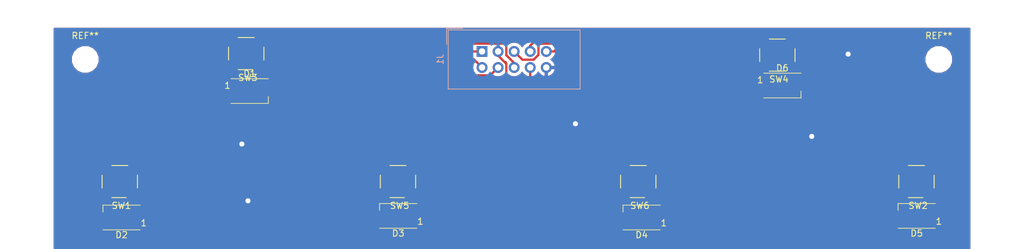
<source format=kicad_pcb>
(kicad_pcb (version 20171130) (host pcbnew "(5.0.1-3-g963ef8bb5)")

  (general
    (thickness 1.6)
    (drawings 0)
    (tracks 188)
    (zones 0)
    (modules 15)
    (nets 15)
  )

  (page A4)
  (layers
    (0 F.Cu signal)
    (31 B.Cu signal)
    (32 B.Adhes user)
    (33 F.Adhes user)
    (34 B.Paste user)
    (35 F.Paste user)
    (36 B.SilkS user)
    (37 F.SilkS user)
    (38 B.Mask user)
    (39 F.Mask user)
    (40 Dwgs.User user)
    (41 Cmts.User user)
    (42 Eco1.User user)
    (43 Eco2.User user)
    (44 Edge.Cuts user)
    (45 Margin user)
    (46 B.CrtYd user)
    (47 F.CrtYd user)
    (48 B.Fab user)
    (49 F.Fab user)
  )

  (setup
    (last_trace_width 0.35)
    (trace_clearance 0.2)
    (zone_clearance 0.508)
    (zone_45_only no)
    (trace_min 0.2)
    (segment_width 0.2)
    (edge_width 0.15)
    (via_size 1.2)
    (via_drill 0.8)
    (via_min_size 0.4)
    (via_min_drill 0.3)
    (uvia_size 0.3)
    (uvia_drill 0.1)
    (uvias_allowed no)
    (uvia_min_size 0.2)
    (uvia_min_drill 0.1)
    (pcb_text_width 0.3)
    (pcb_text_size 1.5 1.5)
    (mod_edge_width 0.15)
    (mod_text_size 1 1)
    (mod_text_width 0.15)
    (pad_size 1.524 1.524)
    (pad_drill 0.762)
    (pad_to_mask_clearance 0.051)
    (solder_mask_min_width 0.25)
    (aux_axis_origin 0 0)
    (visible_elements FFFFFF7F)
    (pcbplotparams
      (layerselection 0x00000_ffffffff)
      (usegerberextensions false)
      (usegerberattributes false)
      (usegerberadvancedattributes false)
      (creategerberjobfile false)
      (excludeedgelayer true)
      (linewidth 0.100000)
      (plotframeref false)
      (viasonmask false)
      (mode 1)
      (useauxorigin false)
      (hpglpennumber 1)
      (hpglpenspeed 20)
      (hpglpendiameter 15.000000)
      (psnegative false)
      (psa4output false)
      (plotreference true)
      (plotvalue true)
      (plotinvisibletext false)
      (padsonsilk false)
      (subtractmaskfromsilk false)
      (outputformat 4)
      (mirror false)
      (drillshape 1)
      (scaleselection 1)
      (outputdirectory ""))
  )

  (net 0 "")
  (net 1 /pix)
  (net 2 VCC)
  (net 3 GND)
  (net 4 "Net-(D1-Pad1)")
  (net 5 "Net-(D2-Pad1)")
  (net 6 "Net-(D3-Pad1)")
  (net 7 "Net-(D4-Pad1)")
  (net 8 "Net-(D5-Pad1)")
  (net 9 /on_air)
  (net 10 /playpause)
  (net 11 /end-20)
  (net 12 /beginning)
  (net 13 /down)
  (net 14 /up)

  (net_class Default "This is the default net class."
    (clearance 0.2)
    (trace_width 0.35)
    (via_dia 1.2)
    (via_drill 0.8)
    (uvia_dia 0.3)
    (uvia_drill 0.1)
    (add_net /beginning)
    (add_net /down)
    (add_net /end-20)
    (add_net /on_air)
    (add_net /pix)
    (add_net /playpause)
    (add_net /up)
    (add_net GND)
    (add_net "Net-(D1-Pad1)")
    (add_net "Net-(D2-Pad1)")
    (add_net "Net-(D3-Pad1)")
    (add_net "Net-(D4-Pad1)")
    (add_net "Net-(D5-Pad1)")
    (add_net VCC)
  )

  (module LED_SMD:LED_SK6812MINI_PLCC4_3.5x3.5mm_P1.75mm (layer F.Cu) (tedit 5AA4B22F) (tstamp 5E3F3CED)
    (at 66 50)
    (descr https://cdn-shop.adafruit.com/product-files/2686/SK6812MINI_REV.01-1-2.pdf)
    (tags "LED RGB NeoPixel Mini")
    (path /5E32A161)
    (attr smd)
    (fp_text reference D1 (at 0 -2.75) (layer F.SilkS)
      (effects (font (size 1 1) (thickness 0.15)))
    )
    (fp_text value SK6812MINI (at 0 3.25) (layer F.Fab)
      (effects (font (size 1 1) (thickness 0.15)))
    )
    (fp_text user 1 (at -3.5 -0.875) (layer F.SilkS)
      (effects (font (size 1 1) (thickness 0.15)))
    )
    (fp_text user %R (at 0 0) (layer F.Fab)
      (effects (font (size 0.5 0.5) (thickness 0.1)))
    )
    (fp_line (start 2.8 -2) (end -2.8 -2) (layer F.CrtYd) (width 0.05))
    (fp_line (start 2.8 2) (end 2.8 -2) (layer F.CrtYd) (width 0.05))
    (fp_line (start -2.8 2) (end 2.8 2) (layer F.CrtYd) (width 0.05))
    (fp_line (start -2.8 -2) (end -2.8 2) (layer F.CrtYd) (width 0.05))
    (fp_line (start 1.75 0.75) (end 0.75 1.75) (layer F.Fab) (width 0.1))
    (fp_line (start -1.75 -1.75) (end -1.75 1.75) (layer F.Fab) (width 0.1))
    (fp_line (start -1.75 1.75) (end 1.75 1.75) (layer F.Fab) (width 0.1))
    (fp_line (start 1.75 1.75) (end 1.75 -1.75) (layer F.Fab) (width 0.1))
    (fp_line (start 1.75 -1.75) (end -1.75 -1.75) (layer F.Fab) (width 0.1))
    (fp_line (start -2.95 -1.95) (end 2.95 -1.95) (layer F.SilkS) (width 0.12))
    (fp_line (start -2.95 1.95) (end 2.95 1.95) (layer F.SilkS) (width 0.12))
    (fp_line (start 2.95 1.95) (end 2.95 0.875) (layer F.SilkS) (width 0.12))
    (fp_circle (center 0 0) (end 0 -1.5) (layer F.Fab) (width 0.1))
    (pad 3 smd rect (at 1.75 0.875) (size 1.6 0.85) (layers F.Cu F.Paste F.Mask)
      (net 1 /pix))
    (pad 4 smd rect (at 1.75 -0.875) (size 1.6 0.85) (layers F.Cu F.Paste F.Mask)
      (net 2 VCC))
    (pad 2 smd rect (at -1.75 0.875) (size 1.6 0.85) (layers F.Cu F.Paste F.Mask)
      (net 3 GND))
    (pad 1 smd rect (at -1.75 -0.875) (size 1.6 0.85) (layers F.Cu F.Paste F.Mask)
      (net 4 "Net-(D1-Pad1)"))
    (model ${KISYS3DMOD}/LED_SMD.3dshapes/LED_SK6812MINI_PLCC4_3.5x3.5mm_P1.75mm.wrl
      (at (xyz 0 0 0))
      (scale (xyz 1 1 1))
      (rotate (xyz 0 0 0))
    )
  )

  (module LED_SMD:LED_SK6812MINI_PLCC4_3.5x3.5mm_P1.75mm (layer F.Cu) (tedit 5AA4B22F) (tstamp 5E3F36D5)
    (at 45.75 70 180)
    (descr https://cdn-shop.adafruit.com/product-files/2686/SK6812MINI_REV.01-1-2.pdf)
    (tags "LED RGB NeoPixel Mini")
    (path /5E32ABAC)
    (attr smd)
    (fp_text reference D2 (at 0 -2.75 180) (layer F.SilkS)
      (effects (font (size 1 1) (thickness 0.15)))
    )
    (fp_text value SK6812MINI (at 0 3.25 180) (layer F.Fab)
      (effects (font (size 1 1) (thickness 0.15)))
    )
    (fp_circle (center 0 0) (end 0 -1.5) (layer F.Fab) (width 0.1))
    (fp_line (start 2.95 1.95) (end 2.95 0.875) (layer F.SilkS) (width 0.12))
    (fp_line (start -2.95 1.95) (end 2.95 1.95) (layer F.SilkS) (width 0.12))
    (fp_line (start -2.95 -1.95) (end 2.95 -1.95) (layer F.SilkS) (width 0.12))
    (fp_line (start 1.75 -1.75) (end -1.75 -1.75) (layer F.Fab) (width 0.1))
    (fp_line (start 1.75 1.75) (end 1.75 -1.75) (layer F.Fab) (width 0.1))
    (fp_line (start -1.75 1.75) (end 1.75 1.75) (layer F.Fab) (width 0.1))
    (fp_line (start -1.75 -1.75) (end -1.75 1.75) (layer F.Fab) (width 0.1))
    (fp_line (start 1.75 0.75) (end 0.75 1.75) (layer F.Fab) (width 0.1))
    (fp_line (start -2.8 -2) (end -2.8 2) (layer F.CrtYd) (width 0.05))
    (fp_line (start -2.8 2) (end 2.8 2) (layer F.CrtYd) (width 0.05))
    (fp_line (start 2.8 2) (end 2.8 -2) (layer F.CrtYd) (width 0.05))
    (fp_line (start 2.8 -2) (end -2.8 -2) (layer F.CrtYd) (width 0.05))
    (fp_text user %R (at 0 0 270) (layer F.Fab)
      (effects (font (size 0.5 0.5) (thickness 0.1)))
    )
    (fp_text user 1 (at -3.5 -0.875 180) (layer F.SilkS)
      (effects (font (size 1 1) (thickness 0.15)))
    )
    (pad 1 smd rect (at -1.75 -0.875 180) (size 1.6 0.85) (layers F.Cu F.Paste F.Mask)
      (net 5 "Net-(D2-Pad1)"))
    (pad 2 smd rect (at -1.75 0.875 180) (size 1.6 0.85) (layers F.Cu F.Paste F.Mask)
      (net 3 GND))
    (pad 4 smd rect (at 1.75 -0.875 180) (size 1.6 0.85) (layers F.Cu F.Paste F.Mask)
      (net 2 VCC))
    (pad 3 smd rect (at 1.75 0.875 180) (size 1.6 0.85) (layers F.Cu F.Paste F.Mask)
      (net 4 "Net-(D1-Pad1)"))
    (model ${KISYS3DMOD}/LED_SMD.3dshapes/LED_SK6812MINI_PLCC4_3.5x3.5mm_P1.75mm.wrl
      (at (xyz 0 0 0))
      (scale (xyz 1 1 1))
      (rotate (xyz 0 0 0))
    )
  )

  (module LED_SMD:LED_SK6812MINI_PLCC4_3.5x3.5mm_P1.75mm (layer F.Cu) (tedit 5AA4B22F) (tstamp 5E3F36EC)
    (at 89.5 69.75 180)
    (descr https://cdn-shop.adafruit.com/product-files/2686/SK6812MINI_REV.01-1-2.pdf)
    (tags "LED RGB NeoPixel Mini")
    (path /5E32AF06)
    (attr smd)
    (fp_text reference D3 (at 0 -2.75 180) (layer F.SilkS)
      (effects (font (size 1 1) (thickness 0.15)))
    )
    (fp_text value SK6812MINI (at 0 3.25 180) (layer F.Fab)
      (effects (font (size 1 1) (thickness 0.15)))
    )
    (fp_text user 1 (at -3.5 -0.875 180) (layer F.SilkS)
      (effects (font (size 1 1) (thickness 0.15)))
    )
    (fp_text user %R (at 0 0 180) (layer F.Fab)
      (effects (font (size 0.5 0.5) (thickness 0.1)))
    )
    (fp_line (start 2.8 -2) (end -2.8 -2) (layer F.CrtYd) (width 0.05))
    (fp_line (start 2.8 2) (end 2.8 -2) (layer F.CrtYd) (width 0.05))
    (fp_line (start -2.8 2) (end 2.8 2) (layer F.CrtYd) (width 0.05))
    (fp_line (start -2.8 -2) (end -2.8 2) (layer F.CrtYd) (width 0.05))
    (fp_line (start 1.75 0.75) (end 0.75 1.75) (layer F.Fab) (width 0.1))
    (fp_line (start -1.75 -1.75) (end -1.75 1.75) (layer F.Fab) (width 0.1))
    (fp_line (start -1.75 1.75) (end 1.75 1.75) (layer F.Fab) (width 0.1))
    (fp_line (start 1.75 1.75) (end 1.75 -1.75) (layer F.Fab) (width 0.1))
    (fp_line (start 1.75 -1.75) (end -1.75 -1.75) (layer F.Fab) (width 0.1))
    (fp_line (start -2.95 -1.95) (end 2.95 -1.95) (layer F.SilkS) (width 0.12))
    (fp_line (start -2.95 1.95) (end 2.95 1.95) (layer F.SilkS) (width 0.12))
    (fp_line (start 2.95 1.95) (end 2.95 0.875) (layer F.SilkS) (width 0.12))
    (fp_circle (center 0 0) (end 0 -1.5) (layer F.Fab) (width 0.1))
    (pad 3 smd rect (at 1.75 0.875 180) (size 1.6 0.85) (layers F.Cu F.Paste F.Mask)
      (net 5 "Net-(D2-Pad1)"))
    (pad 4 smd rect (at 1.75 -0.875 180) (size 1.6 0.85) (layers F.Cu F.Paste F.Mask)
      (net 2 VCC))
    (pad 2 smd rect (at -1.75 0.875 180) (size 1.6 0.85) (layers F.Cu F.Paste F.Mask)
      (net 3 GND))
    (pad 1 smd rect (at -1.75 -0.875 180) (size 1.6 0.85) (layers F.Cu F.Paste F.Mask)
      (net 6 "Net-(D3-Pad1)"))
    (model ${KISYS3DMOD}/LED_SMD.3dshapes/LED_SK6812MINI_PLCC4_3.5x3.5mm_P1.75mm.wrl
      (at (xyz 0 0 0))
      (scale (xyz 1 1 1))
      (rotate (xyz 0 0 0))
    )
  )

  (module LED_SMD:LED_SK6812MINI_PLCC4_3.5x3.5mm_P1.75mm (layer F.Cu) (tedit 5AA4B22F) (tstamp 5E3F3E44)
    (at 128 70 180)
    (descr https://cdn-shop.adafruit.com/product-files/2686/SK6812MINI_REV.01-1-2.pdf)
    (tags "LED RGB NeoPixel Mini")
    (path /5E32AF18)
    (attr smd)
    (fp_text reference D4 (at 0 -2.75 180) (layer F.SilkS)
      (effects (font (size 1 1) (thickness 0.15)))
    )
    (fp_text value SK6812MINI (at 0 3.25 180) (layer F.Fab)
      (effects (font (size 1 1) (thickness 0.15)))
    )
    (fp_circle (center 0 0) (end 0 -1.5) (layer F.Fab) (width 0.1))
    (fp_line (start 2.95 1.95) (end 2.95 0.875) (layer F.SilkS) (width 0.12))
    (fp_line (start -2.95 1.95) (end 2.95 1.95) (layer F.SilkS) (width 0.12))
    (fp_line (start -2.95 -1.95) (end 2.95 -1.95) (layer F.SilkS) (width 0.12))
    (fp_line (start 1.75 -1.75) (end -1.75 -1.75) (layer F.Fab) (width 0.1))
    (fp_line (start 1.75 1.75) (end 1.75 -1.75) (layer F.Fab) (width 0.1))
    (fp_line (start -1.75 1.75) (end 1.75 1.75) (layer F.Fab) (width 0.1))
    (fp_line (start -1.75 -1.75) (end -1.75 1.75) (layer F.Fab) (width 0.1))
    (fp_line (start 1.75 0.75) (end 0.75 1.75) (layer F.Fab) (width 0.1))
    (fp_line (start -2.8 -2) (end -2.8 2) (layer F.CrtYd) (width 0.05))
    (fp_line (start -2.8 2) (end 2.8 2) (layer F.CrtYd) (width 0.05))
    (fp_line (start 2.8 2) (end 2.8 -2) (layer F.CrtYd) (width 0.05))
    (fp_line (start 2.8 -2) (end -2.8 -2) (layer F.CrtYd) (width 0.05))
    (fp_text user %R (at 0 0 180) (layer F.Fab)
      (effects (font (size 0.5 0.5) (thickness 0.1)))
    )
    (fp_text user 1 (at -3.5 -0.875 180) (layer F.SilkS)
      (effects (font (size 1 1) (thickness 0.15)))
    )
    (pad 1 smd rect (at -1.75 -0.875 180) (size 1.6 0.85) (layers F.Cu F.Paste F.Mask)
      (net 7 "Net-(D4-Pad1)"))
    (pad 2 smd rect (at -1.75 0.875 180) (size 1.6 0.85) (layers F.Cu F.Paste F.Mask)
      (net 3 GND))
    (pad 4 smd rect (at 1.75 -0.875 180) (size 1.6 0.85) (layers F.Cu F.Paste F.Mask)
      (net 2 VCC))
    (pad 3 smd rect (at 1.75 0.875 180) (size 1.6 0.85) (layers F.Cu F.Paste F.Mask)
      (net 6 "Net-(D3-Pad1)"))
    (model ${KISYS3DMOD}/LED_SMD.3dshapes/LED_SK6812MINI_PLCC4_3.5x3.5mm_P1.75mm.wrl
      (at (xyz 0 0 0))
      (scale (xyz 1 1 1))
      (rotate (xyz 0 0 0))
    )
  )

  (module LED_SMD:LED_SK6812MINI_PLCC4_3.5x3.5mm_P1.75mm (layer F.Cu) (tedit 5AA4B22F) (tstamp 5E3F371A)
    (at 171.5 69.75 180)
    (descr https://cdn-shop.adafruit.com/product-files/2686/SK6812MINI_REV.01-1-2.pdf)
    (tags "LED RGB NeoPixel Mini")
    (path /5E32B3DC)
    (attr smd)
    (fp_text reference D5 (at 0 -2.75 180) (layer F.SilkS)
      (effects (font (size 1 1) (thickness 0.15)))
    )
    (fp_text value SK6812MINI (at 0 3.25 180) (layer F.Fab)
      (effects (font (size 1 1) (thickness 0.15)))
    )
    (fp_text user 1 (at -3.5 -0.875 180) (layer F.SilkS)
      (effects (font (size 1 1) (thickness 0.15)))
    )
    (fp_text user %R (at 0 0 180) (layer F.Fab)
      (effects (font (size 0.5 0.5) (thickness 0.1)))
    )
    (fp_line (start 2.8 -2) (end -2.8 -2) (layer F.CrtYd) (width 0.05))
    (fp_line (start 2.8 2) (end 2.8 -2) (layer F.CrtYd) (width 0.05))
    (fp_line (start -2.8 2) (end 2.8 2) (layer F.CrtYd) (width 0.05))
    (fp_line (start -2.8 -2) (end -2.8 2) (layer F.CrtYd) (width 0.05))
    (fp_line (start 1.75 0.75) (end 0.75 1.75) (layer F.Fab) (width 0.1))
    (fp_line (start -1.75 -1.75) (end -1.75 1.75) (layer F.Fab) (width 0.1))
    (fp_line (start -1.75 1.75) (end 1.75 1.75) (layer F.Fab) (width 0.1))
    (fp_line (start 1.75 1.75) (end 1.75 -1.75) (layer F.Fab) (width 0.1))
    (fp_line (start 1.75 -1.75) (end -1.75 -1.75) (layer F.Fab) (width 0.1))
    (fp_line (start -2.95 -1.95) (end 2.95 -1.95) (layer F.SilkS) (width 0.12))
    (fp_line (start -2.95 1.95) (end 2.95 1.95) (layer F.SilkS) (width 0.12))
    (fp_line (start 2.95 1.95) (end 2.95 0.875) (layer F.SilkS) (width 0.12))
    (fp_circle (center 0 0) (end 0 -1.5) (layer F.Fab) (width 0.1))
    (pad 3 smd rect (at 1.75 0.875 180) (size 1.6 0.85) (layers F.Cu F.Paste F.Mask)
      (net 7 "Net-(D4-Pad1)"))
    (pad 4 smd rect (at 1.75 -0.875 180) (size 1.6 0.85) (layers F.Cu F.Paste F.Mask)
      (net 2 VCC))
    (pad 2 smd rect (at -1.75 0.875 180) (size 1.6 0.85) (layers F.Cu F.Paste F.Mask)
      (net 3 GND))
    (pad 1 smd rect (at -1.75 -0.875 180) (size 1.6 0.85) (layers F.Cu F.Paste F.Mask)
      (net 8 "Net-(D5-Pad1)"))
    (model ${KISYS3DMOD}/LED_SMD.3dshapes/LED_SK6812MINI_PLCC4_3.5x3.5mm_P1.75mm.wrl
      (at (xyz 0 0 0))
      (scale (xyz 1 1 1))
      (rotate (xyz 0 0 0))
    )
  )

  (module LED_SMD:LED_SK6812MINI_PLCC4_3.5x3.5mm_P1.75mm (layer F.Cu) (tedit 5AA4B22F) (tstamp 5E3F3731)
    (at 150.25 49.125)
    (descr https://cdn-shop.adafruit.com/product-files/2686/SK6812MINI_REV.01-1-2.pdf)
    (tags "LED RGB NeoPixel Mini")
    (path /5E32B3EE)
    (attr smd)
    (fp_text reference D6 (at 0 -2.75) (layer F.SilkS)
      (effects (font (size 1 1) (thickness 0.15)))
    )
    (fp_text value SK6812MINI (at 0 3.25) (layer F.Fab)
      (effects (font (size 1 1) (thickness 0.15)))
    )
    (fp_circle (center 0 0) (end 0 -1.5) (layer F.Fab) (width 0.1))
    (fp_line (start 2.95 1.95) (end 2.95 0.875) (layer F.SilkS) (width 0.12))
    (fp_line (start -2.95 1.95) (end 2.95 1.95) (layer F.SilkS) (width 0.12))
    (fp_line (start -2.95 -1.95) (end 2.95 -1.95) (layer F.SilkS) (width 0.12))
    (fp_line (start 1.75 -1.75) (end -1.75 -1.75) (layer F.Fab) (width 0.1))
    (fp_line (start 1.75 1.75) (end 1.75 -1.75) (layer F.Fab) (width 0.1))
    (fp_line (start -1.75 1.75) (end 1.75 1.75) (layer F.Fab) (width 0.1))
    (fp_line (start -1.75 -1.75) (end -1.75 1.75) (layer F.Fab) (width 0.1))
    (fp_line (start 1.75 0.75) (end 0.75 1.75) (layer F.Fab) (width 0.1))
    (fp_line (start -2.8 -2) (end -2.8 2) (layer F.CrtYd) (width 0.05))
    (fp_line (start -2.8 2) (end 2.8 2) (layer F.CrtYd) (width 0.05))
    (fp_line (start 2.8 2) (end 2.8 -2) (layer F.CrtYd) (width 0.05))
    (fp_line (start 2.8 -2) (end -2.8 -2) (layer F.CrtYd) (width 0.05))
    (fp_text user %R (at 0 0) (layer F.Fab)
      (effects (font (size 0.5 0.5) (thickness 0.1)))
    )
    (fp_text user 1 (at -3.5 -0.875) (layer F.SilkS)
      (effects (font (size 1 1) (thickness 0.15)))
    )
    (pad 1 smd rect (at -1.75 -0.875) (size 1.6 0.85) (layers F.Cu F.Paste F.Mask))
    (pad 2 smd rect (at -1.75 0.875) (size 1.6 0.85) (layers F.Cu F.Paste F.Mask)
      (net 3 GND))
    (pad 4 smd rect (at 1.75 -0.875) (size 1.6 0.85) (layers F.Cu F.Paste F.Mask)
      (net 2 VCC))
    (pad 3 smd rect (at 1.75 0.875) (size 1.6 0.85) (layers F.Cu F.Paste F.Mask)
      (net 8 "Net-(D5-Pad1)"))
    (model ${KISYS3DMOD}/LED_SMD.3dshapes/LED_SK6812MINI_PLCC4_3.5x3.5mm_P1.75mm.wrl
      (at (xyz 0 0 0))
      (scale (xyz 1 1 1))
      (rotate (xyz 0 0 0))
    )
  )

  (module synkie_footprints:IDC-Header_2x05_P2.54mm_Vertical (layer B.Cu) (tedit 59DE0611) (tstamp 5E3F3759)
    (at 102.7557 43.7388 270)
    (descr "Through hole straight IDC box header, 2x05, 2.54mm pitch, double rows")
    (tags "Through hole IDC box header THT 2x05 2.54mm double row")
    (path /5E32C4A4)
    (fp_text reference J1 (at 1.27 6.604 270) (layer B.SilkS)
      (effects (font (size 1 1) (thickness 0.15)) (justify mirror))
    )
    (fp_text value Conn_01x10_Male (at 1.27 -16.764 270) (layer B.Fab)
      (effects (font (size 1 1) (thickness 0.15)) (justify mirror))
    )
    (fp_line (start -3.655 5.6) (end -1.115 5.6) (layer B.SilkS) (width 0.12))
    (fp_line (start -3.655 5.6) (end -3.655 3.06) (layer B.SilkS) (width 0.12))
    (fp_line (start -3.405 5.35) (end 5.945 5.35) (layer B.SilkS) (width 0.12))
    (fp_line (start -3.405 -15.51) (end -3.405 5.35) (layer B.SilkS) (width 0.12))
    (fp_line (start 5.945 -15.51) (end -3.405 -15.51) (layer B.SilkS) (width 0.12))
    (fp_line (start 5.945 5.35) (end 5.945 -15.51) (layer B.SilkS) (width 0.12))
    (fp_line (start -3.41 5.35) (end 5.95 5.35) (layer B.CrtYd) (width 0.05))
    (fp_line (start -3.41 -15.51) (end -3.41 5.35) (layer B.CrtYd) (width 0.05))
    (fp_line (start 5.95 -15.51) (end -3.41 -15.51) (layer B.CrtYd) (width 0.05))
    (fp_line (start 5.95 5.35) (end 5.95 -15.51) (layer B.CrtYd) (width 0.05))
    (fp_line (start -3.155 -15.26) (end -2.605 -14.7) (layer B.Fab) (width 0.1))
    (fp_line (start -3.155 5.1) (end -2.605 4.56) (layer B.Fab) (width 0.1))
    (fp_line (start 5.695 -15.26) (end 5.145 -14.7) (layer B.Fab) (width 0.1))
    (fp_line (start 5.695 5.1) (end 5.145 4.56) (layer B.Fab) (width 0.1))
    (fp_line (start 5.145 -14.7) (end -2.605 -14.7) (layer B.Fab) (width 0.1))
    (fp_line (start 5.695 -15.26) (end -3.155 -15.26) (layer B.Fab) (width 0.1))
    (fp_line (start 5.145 4.56) (end -2.605 4.56) (layer B.Fab) (width 0.1))
    (fp_line (start 5.695 5.1) (end -3.155 5.1) (layer B.Fab) (width 0.1))
    (fp_line (start -2.605 -7.33) (end -3.155 -7.33) (layer B.Fab) (width 0.1))
    (fp_line (start -2.605 -2.83) (end -3.155 -2.83) (layer B.Fab) (width 0.1))
    (fp_line (start -2.605 -7.33) (end -2.605 -14.7) (layer B.Fab) (width 0.1))
    (fp_line (start -2.605 4.56) (end -2.605 -2.83) (layer B.Fab) (width 0.1))
    (fp_line (start -3.155 5.1) (end -3.155 -15.26) (layer B.Fab) (width 0.1))
    (fp_line (start 5.145 4.56) (end 5.145 -14.7) (layer B.Fab) (width 0.1))
    (fp_line (start 5.695 5.1) (end 5.695 -15.26) (layer B.Fab) (width 0.1))
    (fp_text user %R (at -7.155 13.416 270) (layer B.Fab)
      (effects (font (size 1 1) (thickness 0.15)) (justify mirror))
    )
    (pad 10 thru_hole oval (at 2.54 -10.16 270) (size 1.7272 1.7272) (drill 1.016) (layers *.Cu *.Mask)
      (net 3 GND))
    (pad 9 thru_hole oval (at 0 -10.16 270) (size 1.7272 1.7272) (drill 1.016) (layers *.Cu *.Mask)
      (net 9 /on_air))
    (pad 8 thru_hole oval (at 2.54 -7.62 270) (size 1.7272 1.7272) (drill 1.016) (layers *.Cu *.Mask)
      (net 10 /playpause))
    (pad 7 thru_hole oval (at 0 -7.62 270) (size 1.7272 1.7272) (drill 1.016) (layers *.Cu *.Mask)
      (net 11 /end-20))
    (pad 6 thru_hole oval (at 2.54 -5.08 270) (size 1.7272 1.7272) (drill 1.016) (layers *.Cu *.Mask)
      (net 12 /beginning))
    (pad 5 thru_hole oval (at 0 -5.08 270) (size 1.7272 1.7272) (drill 1.016) (layers *.Cu *.Mask)
      (net 13 /down))
    (pad 4 thru_hole oval (at 2.54 -2.54 270) (size 1.7272 1.7272) (drill 1.016) (layers *.Cu *.Mask)
      (net 14 /up))
    (pad 3 thru_hole oval (at 0 -2.54 270) (size 1.7272 1.7272) (drill 1.016) (layers *.Cu *.Mask)
      (net 3 GND))
    (pad 2 thru_hole oval (at 2.54 0 270) (size 1.7272 1.7272) (drill 1.016) (layers *.Cu *.Mask)
      (net 1 /pix))
    (pad 1 thru_hole rect (at 0 0 270) (size 1.7272 1.7272) (drill 1.016) (layers *.Cu *.Mask)
      (net 2 VCC))
    (model ${KISYS3DMOD}/Connector_IDC.3dshapes/IDC-Header_2x05_P2.54mm_Vertical.wrl
      (at (xyz 0 0 0))
      (scale (xyz 1 1 1))
      (rotate (xyz 0 0 0))
    )
  )

  (module synkie_footprints:Alps_Tactile_Switch (layer F.Cu) (tedit 5C6B2EBD) (tstamp 5E3F376F)
    (at 48 60)
    (path /5E328D31)
    (fp_text reference SW1 (at -2.286 8.128) (layer F.SilkS)
      (effects (font (size 1 1) (thickness 0.15)))
    )
    (fp_text value SW_Push (at -1.27 0.508) (layer F.Fab)
      (effects (font (size 1 1) (thickness 0.15)))
    )
    (fp_line (start -6.096 1.524) (end 1.524 1.524) (layer F.CrtYd) (width 0.15))
    (fp_line (start 1.524 1.524) (end 1.524 7.112) (layer F.CrtYd) (width 0.15))
    (fp_line (start 1.524 7.112) (end -6.604 7.112) (layer F.CrtYd) (width 0.15))
    (fp_line (start -6.604 7.112) (end -6.604 1.524) (layer F.CrtYd) (width 0.15))
    (fp_line (start -6.604 1.524) (end -6.096 1.524) (layer F.CrtYd) (width 0.15))
    (fp_line (start -5.08 2.032) (end 0 2.032) (layer F.Fab) (width 0.15))
    (fp_line (start 0 2.032) (end 0 6.604) (layer F.Fab) (width 0.15))
    (fp_line (start 0 6.604) (end -5.08 6.604) (layer F.Fab) (width 0.15))
    (fp_line (start -5.08 6.604) (end -5.08 2.032) (layer F.Fab) (width 0.15))
    (fp_circle (center -2.54 4.318) (end -1.524 4.826) (layer F.Fab) (width 0.15))
    (fp_line (start -5.334 3.302) (end -5.334 5.334) (layer F.SilkS) (width 0.15))
    (fp_line (start 0.254 3.302) (end 0.254 5.334) (layer F.SilkS) (width 0.15))
    (fp_line (start -3.81 1.778) (end -1.27 1.778) (layer F.SilkS) (width 0.15))
    (fp_line (start -3.81 6.858) (end -1.524 6.858) (layer F.SilkS) (width 0.15))
    (pad 1 smd roundrect (at -5.715 2.54) (size 3 1) (layers F.Cu F.Paste F.Mask) (roundrect_rratio 0.25)
      (net 3 GND))
    (pad 1 smd roundrect (at 0.755 2.54) (size 3 1) (layers F.Cu F.Paste F.Mask) (roundrect_rratio 0.25)
      (net 3 GND))
    (pad 2 smd roundrect (at -5.715 6.24) (size 3 1) (layers F.Cu F.Paste F.Mask) (roundrect_rratio 0.25)
      (net 14 /up))
    (pad 2 smd roundrect (at 0.755 6.24) (size 3 1) (layers F.Cu F.Paste F.Mask) (roundrect_rratio 0.25)
      (net 14 /up))
  )

  (module synkie_footprints:Alps_Tactile_Switch (layer F.Cu) (tedit 5C6B2EBD) (tstamp 5E3F3785)
    (at 174 60)
    (path /5E328DA2)
    (fp_text reference SW2 (at -2.286 8.128) (layer F.SilkS)
      (effects (font (size 1 1) (thickness 0.15)))
    )
    (fp_text value SW_Push (at -1.27 0.508) (layer F.Fab)
      (effects (font (size 1 1) (thickness 0.15)))
    )
    (fp_line (start -3.81 6.858) (end -1.524 6.858) (layer F.SilkS) (width 0.15))
    (fp_line (start -3.81 1.778) (end -1.27 1.778) (layer F.SilkS) (width 0.15))
    (fp_line (start 0.254 3.302) (end 0.254 5.334) (layer F.SilkS) (width 0.15))
    (fp_line (start -5.334 3.302) (end -5.334 5.334) (layer F.SilkS) (width 0.15))
    (fp_circle (center -2.54 4.318) (end -1.524 4.826) (layer F.Fab) (width 0.15))
    (fp_line (start -5.08 6.604) (end -5.08 2.032) (layer F.Fab) (width 0.15))
    (fp_line (start 0 6.604) (end -5.08 6.604) (layer F.Fab) (width 0.15))
    (fp_line (start 0 2.032) (end 0 6.604) (layer F.Fab) (width 0.15))
    (fp_line (start -5.08 2.032) (end 0 2.032) (layer F.Fab) (width 0.15))
    (fp_line (start -6.604 1.524) (end -6.096 1.524) (layer F.CrtYd) (width 0.15))
    (fp_line (start -6.604 7.112) (end -6.604 1.524) (layer F.CrtYd) (width 0.15))
    (fp_line (start 1.524 7.112) (end -6.604 7.112) (layer F.CrtYd) (width 0.15))
    (fp_line (start 1.524 1.524) (end 1.524 7.112) (layer F.CrtYd) (width 0.15))
    (fp_line (start -6.096 1.524) (end 1.524 1.524) (layer F.CrtYd) (width 0.15))
    (pad 2 smd roundrect (at 0.755 6.24) (size 3 1) (layers F.Cu F.Paste F.Mask) (roundrect_rratio 0.25)
      (net 13 /down))
    (pad 2 smd roundrect (at -5.715 6.24) (size 3 1) (layers F.Cu F.Paste F.Mask) (roundrect_rratio 0.25)
      (net 13 /down))
    (pad 1 smd roundrect (at 0.755 2.54) (size 3 1) (layers F.Cu F.Paste F.Mask) (roundrect_rratio 0.25)
      (net 3 GND))
    (pad 1 smd roundrect (at -5.715 2.54) (size 3 1) (layers F.Cu F.Paste F.Mask) (roundrect_rratio 0.25)
      (net 3 GND))
  )

  (module synkie_footprints:Alps_Tactile_Switch (layer F.Cu) (tedit 5C6B2EBD) (tstamp 5E3F379B)
    (at 68 39.76)
    (path /5E32917A)
    (fp_text reference SW3 (at -2.286 8.128) (layer F.SilkS)
      (effects (font (size 1 1) (thickness 0.15)))
    )
    (fp_text value SW_Push (at -1.27 0.508) (layer F.Fab)
      (effects (font (size 1 1) (thickness 0.15)))
    )
    (fp_line (start -6.096 1.524) (end 1.524 1.524) (layer F.CrtYd) (width 0.15))
    (fp_line (start 1.524 1.524) (end 1.524 7.112) (layer F.CrtYd) (width 0.15))
    (fp_line (start 1.524 7.112) (end -6.604 7.112) (layer F.CrtYd) (width 0.15))
    (fp_line (start -6.604 7.112) (end -6.604 1.524) (layer F.CrtYd) (width 0.15))
    (fp_line (start -6.604 1.524) (end -6.096 1.524) (layer F.CrtYd) (width 0.15))
    (fp_line (start -5.08 2.032) (end 0 2.032) (layer F.Fab) (width 0.15))
    (fp_line (start 0 2.032) (end 0 6.604) (layer F.Fab) (width 0.15))
    (fp_line (start 0 6.604) (end -5.08 6.604) (layer F.Fab) (width 0.15))
    (fp_line (start -5.08 6.604) (end -5.08 2.032) (layer F.Fab) (width 0.15))
    (fp_circle (center -2.54 4.318) (end -1.524 4.826) (layer F.Fab) (width 0.15))
    (fp_line (start -5.334 3.302) (end -5.334 5.334) (layer F.SilkS) (width 0.15))
    (fp_line (start 0.254 3.302) (end 0.254 5.334) (layer F.SilkS) (width 0.15))
    (fp_line (start -3.81 1.778) (end -1.27 1.778) (layer F.SilkS) (width 0.15))
    (fp_line (start -3.81 6.858) (end -1.524 6.858) (layer F.SilkS) (width 0.15))
    (pad 1 smd roundrect (at -5.715 2.54) (size 3 1) (layers F.Cu F.Paste F.Mask) (roundrect_rratio 0.25)
      (net 3 GND))
    (pad 1 smd roundrect (at 0.755 2.54) (size 3 1) (layers F.Cu F.Paste F.Mask) (roundrect_rratio 0.25)
      (net 3 GND))
    (pad 2 smd roundrect (at -5.715 6.24) (size 3 1) (layers F.Cu F.Paste F.Mask) (roundrect_rratio 0.25)
      (net 12 /beginning))
    (pad 2 smd roundrect (at 0.755 6.24) (size 3 1) (layers F.Cu F.Paste F.Mask) (roundrect_rratio 0.25)
      (net 12 /beginning))
  )

  (module synkie_footprints:Alps_Tactile_Switch (layer F.Cu) (tedit 5C6B2EBD) (tstamp 5E3F37B1)
    (at 152 40)
    (path /5E329180)
    (fp_text reference SW4 (at -2.286 8.128) (layer F.SilkS)
      (effects (font (size 1 1) (thickness 0.15)))
    )
    (fp_text value SW_Push (at -1.27 0.508) (layer F.Fab)
      (effects (font (size 1 1) (thickness 0.15)))
    )
    (fp_line (start -3.81 6.858) (end -1.524 6.858) (layer F.SilkS) (width 0.15))
    (fp_line (start -3.81 1.778) (end -1.27 1.778) (layer F.SilkS) (width 0.15))
    (fp_line (start 0.254 3.302) (end 0.254 5.334) (layer F.SilkS) (width 0.15))
    (fp_line (start -5.334 3.302) (end -5.334 5.334) (layer F.SilkS) (width 0.15))
    (fp_circle (center -2.54 4.318) (end -1.524 4.826) (layer F.Fab) (width 0.15))
    (fp_line (start -5.08 6.604) (end -5.08 2.032) (layer F.Fab) (width 0.15))
    (fp_line (start 0 6.604) (end -5.08 6.604) (layer F.Fab) (width 0.15))
    (fp_line (start 0 2.032) (end 0 6.604) (layer F.Fab) (width 0.15))
    (fp_line (start -5.08 2.032) (end 0 2.032) (layer F.Fab) (width 0.15))
    (fp_line (start -6.604 1.524) (end -6.096 1.524) (layer F.CrtYd) (width 0.15))
    (fp_line (start -6.604 7.112) (end -6.604 1.524) (layer F.CrtYd) (width 0.15))
    (fp_line (start 1.524 7.112) (end -6.604 7.112) (layer F.CrtYd) (width 0.15))
    (fp_line (start 1.524 1.524) (end 1.524 7.112) (layer F.CrtYd) (width 0.15))
    (fp_line (start -6.096 1.524) (end 1.524 1.524) (layer F.CrtYd) (width 0.15))
    (pad 2 smd roundrect (at 0.755 6.24) (size 3 1) (layers F.Cu F.Paste F.Mask) (roundrect_rratio 0.25)
      (net 11 /end-20))
    (pad 2 smd roundrect (at -5.715 6.24) (size 3 1) (layers F.Cu F.Paste F.Mask) (roundrect_rratio 0.25)
      (net 11 /end-20))
    (pad 1 smd roundrect (at 0.755 2.54) (size 3 1) (layers F.Cu F.Paste F.Mask) (roundrect_rratio 0.25)
      (net 3 GND))
    (pad 1 smd roundrect (at -5.715 2.54) (size 3 1) (layers F.Cu F.Paste F.Mask) (roundrect_rratio 0.25)
      (net 3 GND))
  )

  (module synkie_footprints:Alps_Tactile_Switch (layer F.Cu) (tedit 5C6B2EBD) (tstamp 5E3F37C7)
    (at 92 60)
    (path /5E32969E)
    (fp_text reference SW5 (at -2.286 8.128) (layer F.SilkS)
      (effects (font (size 1 1) (thickness 0.15)))
    )
    (fp_text value SW_Push (at -1.27 0.508) (layer F.Fab)
      (effects (font (size 1 1) (thickness 0.15)))
    )
    (fp_line (start -6.096 1.524) (end 1.524 1.524) (layer F.CrtYd) (width 0.15))
    (fp_line (start 1.524 1.524) (end 1.524 7.112) (layer F.CrtYd) (width 0.15))
    (fp_line (start 1.524 7.112) (end -6.604 7.112) (layer F.CrtYd) (width 0.15))
    (fp_line (start -6.604 7.112) (end -6.604 1.524) (layer F.CrtYd) (width 0.15))
    (fp_line (start -6.604 1.524) (end -6.096 1.524) (layer F.CrtYd) (width 0.15))
    (fp_line (start -5.08 2.032) (end 0 2.032) (layer F.Fab) (width 0.15))
    (fp_line (start 0 2.032) (end 0 6.604) (layer F.Fab) (width 0.15))
    (fp_line (start 0 6.604) (end -5.08 6.604) (layer F.Fab) (width 0.15))
    (fp_line (start -5.08 6.604) (end -5.08 2.032) (layer F.Fab) (width 0.15))
    (fp_circle (center -2.54 4.318) (end -1.524 4.826) (layer F.Fab) (width 0.15))
    (fp_line (start -5.334 3.302) (end -5.334 5.334) (layer F.SilkS) (width 0.15))
    (fp_line (start 0.254 3.302) (end 0.254 5.334) (layer F.SilkS) (width 0.15))
    (fp_line (start -3.81 1.778) (end -1.27 1.778) (layer F.SilkS) (width 0.15))
    (fp_line (start -3.81 6.858) (end -1.524 6.858) (layer F.SilkS) (width 0.15))
    (pad 1 smd roundrect (at -5.715 2.54) (size 3 1) (layers F.Cu F.Paste F.Mask) (roundrect_rratio 0.25)
      (net 3 GND))
    (pad 1 smd roundrect (at 0.755 2.54) (size 3 1) (layers F.Cu F.Paste F.Mask) (roundrect_rratio 0.25)
      (net 3 GND))
    (pad 2 smd roundrect (at -5.715 6.24) (size 3 1) (layers F.Cu F.Paste F.Mask) (roundrect_rratio 0.25)
      (net 10 /playpause))
    (pad 2 smd roundrect (at 0.755 6.24) (size 3 1) (layers F.Cu F.Paste F.Mask) (roundrect_rratio 0.25)
      (net 10 /playpause))
  )

  (module synkie_footprints:Alps_Tactile_Switch (layer F.Cu) (tedit 5C6B2EBD) (tstamp 5E3F37DD)
    (at 130 60)
    (path /5E3296A4)
    (fp_text reference SW6 (at -2.286 8.128) (layer F.SilkS)
      (effects (font (size 1 1) (thickness 0.15)))
    )
    (fp_text value SW_Push (at -1.27 0.508) (layer F.Fab)
      (effects (font (size 1 1) (thickness 0.15)))
    )
    (fp_line (start -3.81 6.858) (end -1.524 6.858) (layer F.SilkS) (width 0.15))
    (fp_line (start -3.81 1.778) (end -1.27 1.778) (layer F.SilkS) (width 0.15))
    (fp_line (start 0.254 3.302) (end 0.254 5.334) (layer F.SilkS) (width 0.15))
    (fp_line (start -5.334 3.302) (end -5.334 5.334) (layer F.SilkS) (width 0.15))
    (fp_circle (center -2.54 4.318) (end -1.524 4.826) (layer F.Fab) (width 0.15))
    (fp_line (start -5.08 6.604) (end -5.08 2.032) (layer F.Fab) (width 0.15))
    (fp_line (start 0 6.604) (end -5.08 6.604) (layer F.Fab) (width 0.15))
    (fp_line (start 0 2.032) (end 0 6.604) (layer F.Fab) (width 0.15))
    (fp_line (start -5.08 2.032) (end 0 2.032) (layer F.Fab) (width 0.15))
    (fp_line (start -6.604 1.524) (end -6.096 1.524) (layer F.CrtYd) (width 0.15))
    (fp_line (start -6.604 7.112) (end -6.604 1.524) (layer F.CrtYd) (width 0.15))
    (fp_line (start 1.524 7.112) (end -6.604 7.112) (layer F.CrtYd) (width 0.15))
    (fp_line (start 1.524 1.524) (end 1.524 7.112) (layer F.CrtYd) (width 0.15))
    (fp_line (start -6.096 1.524) (end 1.524 1.524) (layer F.CrtYd) (width 0.15))
    (pad 2 smd roundrect (at 0.755 6.24) (size 3 1) (layers F.Cu F.Paste F.Mask) (roundrect_rratio 0.25)
      (net 9 /on_air))
    (pad 2 smd roundrect (at -5.715 6.24) (size 3 1) (layers F.Cu F.Paste F.Mask) (roundrect_rratio 0.25)
      (net 9 /on_air))
    (pad 1 smd roundrect (at 0.755 2.54) (size 3 1) (layers F.Cu F.Paste F.Mask) (roundrect_rratio 0.25)
      (net 3 GND))
    (pad 1 smd roundrect (at -5.715 2.54) (size 3 1) (layers F.Cu F.Paste F.Mask) (roundrect_rratio 0.25)
      (net 3 GND))
  )

  (module MountingHole:MountingHole_3.2mm_M3_ISO14580 (layer F.Cu) (tedit 56D1B4CB) (tstamp 5E4B9053)
    (at 175 45)
    (descr "Mounting Hole 3.2mm, no annular, M3, ISO14580")
    (tags "mounting hole 3.2mm no annular m3 iso14580")
    (attr virtual)
    (fp_text reference REF** (at 0 -3.75) (layer F.SilkS)
      (effects (font (size 1 1) (thickness 0.15)))
    )
    (fp_text value MountingHole_3.2mm_M3_ISO14580 (at 0 3.75) (layer F.Fab)
      (effects (font (size 1 1) (thickness 0.15)))
    )
    (fp_circle (center 0 0) (end 3 0) (layer F.CrtYd) (width 0.05))
    (fp_circle (center 0 0) (end 2.75 0) (layer Cmts.User) (width 0.15))
    (fp_text user %R (at 0.3 0) (layer F.Fab)
      (effects (font (size 1 1) (thickness 0.15)))
    )
    (pad 1 np_thru_hole circle (at 0 0) (size 3.2 3.2) (drill 3.2) (layers *.Cu *.Mask))
  )

  (module MountingHole:MountingHole_3.2mm_M3_ISO14580 (layer F.Cu) (tedit 56D1B4CB) (tstamp 5E4B9062)
    (at 40 45)
    (descr "Mounting Hole 3.2mm, no annular, M3, ISO14580")
    (tags "mounting hole 3.2mm no annular m3 iso14580")
    (attr virtual)
    (fp_text reference REF** (at 0 -3.75) (layer F.SilkS)
      (effects (font (size 1 1) (thickness 0.15)))
    )
    (fp_text value MountingHole_3.2mm_M3_ISO14580 (at 0 3.75) (layer F.Fab)
      (effects (font (size 1 1) (thickness 0.15)))
    )
    (fp_circle (center 0 0) (end 3 0) (layer F.CrtYd) (width 0.05))
    (fp_circle (center 0 0) (end 2.75 0) (layer Cmts.User) (width 0.15))
    (fp_text user %R (at 0.3 0) (layer F.Fab)
      (effects (font (size 1 1) (thickness 0.15)))
    )
    (pad 1 np_thru_hole circle (at 0 0) (size 3.2 3.2) (drill 3.2) (layers *.Cu *.Mask))
  )

  (segment (start 71.425 50.875) (end 67.75 50.875) (width 0.35) (layer F.Cu) (net 1))
  (segment (start 77.3 45) (end 71.425 50.875) (width 0.35) (layer F.Cu) (net 1))
  (segment (start 101.4769 45) (end 77.3 45) (width 0.35) (layer F.Cu) (net 1))
  (segment (start 102.7557 46.2788) (end 101.4769 45) (width 0.35) (layer F.Cu) (net 1))
  (segment (start 86.6 70.625) (end 87.75 70.625) (width 0.35) (layer F.Cu) (net 2))
  (segment (start 85.549999 71.675001) (end 86.6 70.625) (width 0.35) (layer F.Cu) (net 2))
  (segment (start 125.7711 70.3961) (end 126.25 70.875) (width 0.35) (layer F.Cu) (net 2))
  (segment (start 125.7711 72.1) (end 125.7711 70.3961) (width 0.35) (layer F.Cu) (net 2))
  (segment (start 85.974998 72.1) (end 125.7711 72.1) (width 0.35) (layer F.Cu) (net 2))
  (segment (start 85.549999 71.675001) (end 85.974998 72.1) (width 0.35) (layer F.Cu) (net 2))
  (segment (start 67.75 48.35) (end 67.75 49.125) (width 0.35) (layer F.Cu) (net 2))
  (segment (start 38.2 67.1) (end 38.2 57.7231) (width 0.35) (layer F.Cu) (net 2))
  (segment (start 48.2231 47.7) (end 67.1 47.7) (width 0.35) (layer F.Cu) (net 2))
  (segment (start 38.2 57.7231) (end 48.2231 47.7) (width 0.35) (layer F.Cu) (net 2))
  (segment (start 41.975 70.875) (end 38.2 67.1) (width 0.35) (layer F.Cu) (net 2))
  (segment (start 67.1 47.7) (end 67.75 48.35) (width 0.35) (layer F.Cu) (net 2))
  (segment (start 44 70.875) (end 41.975 70.875) (width 0.35) (layer F.Cu) (net 2))
  (segment (start 169.75 72.1) (end 169.75 70.625) (width 0.35) (layer F.Cu) (net 2))
  (segment (start 126.7 72.1) (end 169.75 72.1) (width 0.35) (layer F.Cu) (net 2))
  (segment (start 126.25 71.65) (end 126.7 72.1) (width 0.35) (layer F.Cu) (net 2))
  (segment (start 126.25 70.875) (end 126.25 71.65) (width 0.35) (layer F.Cu) (net 2))
  (segment (start 178.4 69) (end 178.4 62) (width 0.35) (layer F.Cu) (net 2))
  (segment (start 164.65 48.25) (end 153.15 48.25) (width 0.35) (layer F.Cu) (net 2))
  (segment (start 175.3 72.1) (end 178.4 69) (width 0.35) (layer F.Cu) (net 2))
  (segment (start 178.4 62) (end 164.65 48.25) (width 0.35) (layer F.Cu) (net 2))
  (segment (start 153.15 48.25) (end 152 48.25) (width 0.35) (layer F.Cu) (net 2))
  (segment (start 169.75 72.1) (end 175.3 72.1) (width 0.35) (layer F.Cu) (net 2))
  (segment (start 44 72.1) (end 85.125 72.1) (width 0.35) (layer F.Cu) (net 2))
  (segment (start 85.125 72.1) (end 85.549999 71.675001) (width 0.35) (layer F.Cu) (net 2))
  (segment (start 44 70.875) (end 44 72.1) (width 0.35) (layer F.Cu) (net 2))
  (segment (start 76.5612 43.7388) (end 71.175 49.125) (width 0.35) (layer F.Cu) (net 2))
  (segment (start 71.175 49.125) (end 67.75 49.125) (width 0.35) (layer F.Cu) (net 2))
  (segment (start 102.7557 43.7388) (end 76.5612 43.7388) (width 0.35) (layer F.Cu) (net 2))
  (segment (start 48.18429 63.11071) (end 48.755 62.54) (width 0.35) (layer F.Cu) (net 3))
  (segment (start 42.85571 63.11071) (end 48.18429 63.11071) (width 0.35) (layer F.Cu) (net 3))
  (segment (start 42.285 62.54) (end 42.85571 63.11071) (width 0.35) (layer F.Cu) (net 3))
  (segment (start 60.42 50.875) (end 64.25 50.875) (width 0.35) (layer F.Cu) (net 3))
  (segment (start 48.755 62.54) (end 60.42 50.875) (width 0.35) (layer F.Cu) (net 3))
  (segment (start 48.65 69.125) (end 47.5 69.125) (width 0.35) (layer F.Cu) (net 3))
  (segment (start 50.1348 67.6402) (end 48.65 69.125) (width 0.35) (layer F.Cu) (net 3))
  (segment (start 91.25 68.1) (end 90.7902 67.6402) (width 0.35) (layer F.Cu) (net 3))
  (segment (start 91.25 68.875) (end 91.25 68.1) (width 0.35) (layer F.Cu) (net 3))
  (segment (start 124.285 62.54) (end 130.755 62.54) (width 0.35) (layer F.Cu) (net 3))
  (segment (start 92.18429 63.11071) (end 92.755 62.54) (width 0.35) (layer F.Cu) (net 3))
  (segment (start 86.85571 63.11071) (end 92.18429 63.11071) (width 0.35) (layer F.Cu) (net 3))
  (segment (start 86.285 62.54) (end 86.85571 63.11071) (width 0.35) (layer F.Cu) (net 3))
  (segment (start 85.71429 63.11071) (end 82.20269 63.11071) (width 0.35) (layer F.Cu) (net 3))
  (segment (start 86.285 62.54) (end 85.71429 63.11071) (width 0.35) (layer F.Cu) (net 3))
  (segment (start 80.5307 64.7827) (end 80.5307 67.6402) (width 0.35) (layer F.Cu) (net 3))
  (segment (start 82.20269 63.11071) (end 80.5307 64.7827) (width 0.35) (layer F.Cu) (net 3))
  (segment (start 90.7902 67.6402) (end 80.5307 67.6402) (width 0.35) (layer F.Cu) (net 3))
  (segment (start 123.71429 63.11071) (end 118.90181 63.11071) (width 0.35) (layer F.Cu) (net 3))
  (segment (start 124.285 62.54) (end 123.71429 63.11071) (width 0.35) (layer F.Cu) (net 3))
  (segment (start 118.90181 63.11071) (end 117.9449 64.06762) (width 0.35) (layer F.Cu) (net 3))
  (segment (start 117.9449 67.11501) (end 117.9449 67.1195) (width 0.35) (layer F.Cu) (net 3))
  (segment (start 117.9449 67.1195) (end 117.9449 67.2973) (width 0.35) (layer F.Cu) (net 3))
  (segment (start 117.9449 64.06762) (end 117.9449 67.1195) (width 0.35) (layer F.Cu) (net 3))
  (segment (start 174.755 62.54) (end 168.285 62.54) (width 0.35) (layer F.Cu) (net 3))
  (segment (start 112.9157 57.1246) (end 118.90181 63.11071) (width 0.35) (layer F.Cu) (net 3))
  (segment (start 146.285 42.54) (end 152.755 42.54) (width 0.35) (layer F.Cu) (net 3))
  (segment (start 166.685 62.54) (end 168.285 62.54) (width 0.35) (layer F.Cu) (net 3))
  (segment (start 160.265 62.54) (end 166.685 62.54) (width 0.35) (layer F.Cu) (net 3))
  (segment (start 148.5 50) (end 148.5 50.775) (width 0.35) (layer F.Cu) (net 3))
  (segment (start 68.755 42.3) (end 62.285 42.3) (width 0.35) (layer F.Cu) (net 3))
  (segment (start 117.4623 55.2323) (end 117.5258 55.1688) (width 0.35) (layer F.Cu) (net 3))
  (segment (start 112.9157 55.2323) (end 117.4623 55.2323) (width 0.35) (layer F.Cu) (net 3))
  (via (at 117.5258 55.1688) (size 1.2) (drill 0.8) (layers F.Cu B.Cu) (net 3))
  (segment (start 112.9157 46.2788) (end 112.9157 55.2323) (width 0.35) (layer F.Cu) (net 3))
  (segment (start 112.9157 55.2323) (end 112.9157 57.1246) (width 0.35) (layer F.Cu) (net 3))
  (segment (start 117.5258 55.1688) (end 150.8506 55.1688) (width 0.35) (layer B.Cu) (net 3))
  (segment (start 152.8572 57.1754) (end 154.9004 57.1754) (width 0.35) (layer B.Cu) (net 3))
  (via (at 154.9004 57.1754) (size 1.2) (drill 0.8) (layers F.Cu B.Cu) (net 3))
  (segment (start 150.8506 55.1688) (end 152.8572 57.1754) (width 0.35) (layer B.Cu) (net 3))
  (segment (start 154.9004 57.1754) (end 160.265 62.54) (width 0.35) (layer F.Cu) (net 3))
  (segment (start 148.5 50.775) (end 154.9004 57.1754) (width 0.35) (layer F.Cu) (net 3))
  (via (at 160.655 44.1579) (size 1.2) (drill 0.8) (layers F.Cu B.Cu) (net 3))
  (segment (start 159.0371 42.54) (end 160.655 44.1579) (width 0.35) (layer F.Cu) (net 3))
  (segment (start 152.755 42.54) (end 159.0371 42.54) (width 0.35) (layer F.Cu) (net 3))
  (segment (start 154.9004 49.9125) (end 154.9004 57.1754) (width 0.35) (layer B.Cu) (net 3))
  (segment (start 160.655 44.1579) (end 154.9004 49.9125) (width 0.35) (layer B.Cu) (net 3))
  (via (at 64.77 58.3819) (size 1.2) (drill 0.8) (layers F.Cu B.Cu) (net 3))
  (segment (start 60.6119 62.54) (end 64.77 58.3819) (width 0.35) (layer F.Cu) (net 3))
  (segment (start 48.755 62.54) (end 60.6119 62.54) (width 0.35) (layer F.Cu) (net 3))
  (via (at 65.7352 67.3608) (size 1.2) (drill 0.8) (layers F.Cu B.Cu) (net 3))
  (segment (start 65.7352 59.3471) (end 65.7352 67.3608) (width 0.35) (layer B.Cu) (net 3))
  (segment (start 64.77 58.3819) (end 65.7352 59.3471) (width 0.35) (layer B.Cu) (net 3))
  (segment (start 68.0466 67.3608) (end 68.326 67.6402) (width 0.35) (layer F.Cu) (net 3))
  (segment (start 68.326 67.6402) (end 50.1348 67.6402) (width 0.35) (layer F.Cu) (net 3))
  (segment (start 65.7352 67.3608) (end 68.0466 67.3608) (width 0.35) (layer F.Cu) (net 3))
  (segment (start 80.5307 67.6402) (end 68.326 67.6402) (width 0.35) (layer F.Cu) (net 3))
  (segment (start 145.71429 41.96929) (end 146.285 42.54) (width 0.35) (layer F.Cu) (net 3))
  (segment (start 144.85099 41.10599) (end 145.71429 41.96929) (width 0.35) (layer F.Cu) (net 3))
  (segment (start 71.89401 41.10599) (end 144.85099 41.10599) (width 0.35) (layer F.Cu) (net 3))
  (segment (start 70.7 42.3) (end 71.89401 41.10599) (width 0.35) (layer F.Cu) (net 3))
  (segment (start 68.755 42.3) (end 70.7 42.3) (width 0.35) (layer F.Cu) (net 3))
  (segment (start 175.32571 63.11071) (end 174.755 62.54) (width 0.35) (layer F.Cu) (net 3))
  (segment (start 176.9 63.7) (end 176.31071 63.11071) (width 0.35) (layer F.Cu) (net 3))
  (segment (start 176.9 67.5) (end 176.9 63.7) (width 0.35) (layer F.Cu) (net 3))
  (segment (start 176.31071 63.11071) (end 175.32571 63.11071) (width 0.35) (layer F.Cu) (net 3))
  (segment (start 175.525 68.875) (end 176.9 67.5) (width 0.35) (layer F.Cu) (net 3))
  (segment (start 173.25 68.875) (end 175.525 68.875) (width 0.35) (layer F.Cu) (net 3))
  (segment (start 129.75 68.35) (end 129.6 68.2) (width 0.35) (layer F.Cu) (net 3))
  (segment (start 129.6 68.2) (end 129.6 67.5) (width 0.35) (layer F.Cu) (net 3))
  (segment (start 129.75 69.125) (end 129.75 68.35) (width 0.35) (layer F.Cu) (net 3))
  (segment (start 172.1 68.875) (end 173.25 68.875) (width 0.35) (layer F.Cu) (net 3))
  (segment (start 118.32989 67.5) (end 170.725 67.5) (width 0.35) (layer F.Cu) (net 3))
  (segment (start 170.725 67.5) (end 172.1 68.875) (width 0.35) (layer F.Cu) (net 3))
  (segment (start 117.9449 67.11501) (end 118.32989 67.5) (width 0.35) (layer F.Cu) (net 3))
  (segment (start 117.55991 67.5) (end 117.9449 67.11501) (width 0.35) (layer F.Cu) (net 3))
  (segment (start 90.9304 67.5) (end 117.55991 67.5) (width 0.35) (layer F.Cu) (net 3))
  (segment (start 90.7902 67.6402) (end 90.9304 67.5) (width 0.35) (layer F.Cu) (net 3))
  (segment (start 106.597099 45.687899) (end 106.597099 48.697901) (width 0.35) (layer F.Cu) (net 3))
  (segment (start 93.32571 61.96929) (end 92.755 62.54) (width 0.35) (layer F.Cu) (net 3))
  (segment (start 105.2957 44.3865) (end 106.597099 45.687899) (width 0.35) (layer F.Cu) (net 3))
  (segment (start 106.597099 48.697901) (end 93.32571 61.96929) (width 0.35) (layer F.Cu) (net 3))
  (segment (start 105.2957 43.7388) (end 105.2957 44.3865) (width 0.35) (layer F.Cu) (net 3))
  (segment (start 42.85 69.125) (end 44 69.125) (width 0.35) (layer F.Cu) (net 4))
  (segment (start 41.625 69.125) (end 42.85 69.125) (width 0.35) (layer F.Cu) (net 4))
  (segment (start 39.1795 66.6795) (end 41.625 69.125) (width 0.35) (layer F.Cu) (net 4))
  (segment (start 39.1795 58.6205) (end 39.1795 66.6795) (width 0.35) (layer F.Cu) (net 4))
  (segment (start 48.524 49.276) (end 39.1795 58.6205) (width 0.35) (layer F.Cu) (net 4))
  (segment (start 62.949 49.276) (end 48.524 49.276) (width 0.35) (layer F.Cu) (net 4))
  (segment (start 63.1 49.125) (end 62.949 49.276) (width 0.35) (layer F.Cu) (net 4))
  (segment (start 64.25 49.125) (end 63.1 49.125) (width 0.35) (layer F.Cu) (net 4))
  (segment (start 47.5 70.875) (end 81.0805 70.875) (width 0.35) (layer F.Cu) (net 5))
  (segment (start 83.0805 68.875) (end 87.75 68.875) (width 0.35) (layer F.Cu) (net 5))
  (segment (start 81.0805 70.875) (end 83.0805 68.875) (width 0.35) (layer F.Cu) (net 5))
  (segment (start 91.25 70.625) (end 117.0683 70.625) (width 0.35) (layer F.Cu) (net 6))
  (segment (start 118.5683 69.125) (end 126.25 69.125) (width 0.35) (layer F.Cu) (net 6))
  (segment (start 117.0683 70.625) (end 118.5683 69.125) (width 0.35) (layer F.Cu) (net 6))
  (segment (start 129.75 70.875) (end 160.5571 70.875) (width 0.35) (layer F.Cu) (net 7))
  (segment (start 162.5571 68.875) (end 169.75 68.875) (width 0.35) (layer F.Cu) (net 7))
  (segment (start 160.5571 70.875) (end 162.5571 68.875) (width 0.35) (layer F.Cu) (net 7))
  (segment (start 153.15 50) (end 152 50) (width 0.35) (layer F.Cu) (net 8))
  (segment (start 165 50) (end 153.15 50) (width 0.35) (layer F.Cu) (net 8))
  (segment (start 177.450011 62.450011) (end 165 50) (width 0.35) (layer F.Cu) (net 8))
  (segment (start 177.450011 68.049989) (end 177.450011 62.450011) (width 0.35) (layer F.Cu) (net 8))
  (segment (start 174.875 70.625) (end 177.450011 68.049989) (width 0.35) (layer F.Cu) (net 8))
  (segment (start 173.25 70.625) (end 174.875 70.625) (width 0.35) (layer F.Cu) (net 8))
  (segment (start 124.85571 65.66929) (end 124.285 66.24) (width 0.35) (layer F.Cu) (net 9))
  (segment (start 130.18429 65.66929) (end 124.85571 65.66929) (width 0.35) (layer F.Cu) (net 9))
  (segment (start 130.755 66.24) (end 130.18429 65.66929) (width 0.35) (layer F.Cu) (net 9))
  (segment (start 114.137014 43.7388) (end 112.9157 43.7388) (width 0.35) (layer F.Cu) (net 9))
  (segment (start 133.6707 56.7087) (end 120.062 43.1) (width 0.35) (layer F.Cu) (net 9))
  (segment (start 124.285 66.24) (end 133.6707 66.24) (width 0.35) (layer F.Cu) (net 9))
  (segment (start 114.775814 43.1) (end 114.137014 43.7388) (width 0.35) (layer F.Cu) (net 9))
  (segment (start 120.062 43.1) (end 114.775814 43.1) (width 0.35) (layer F.Cu) (net 9))
  (segment (start 133.6707 66.24) (end 133.6707 56.7087) (width 0.35) (layer F.Cu) (net 9))
  (segment (start 86.285 66.24) (end 92.755 66.24) (width 0.35) (layer F.Cu) (net 10))
  (segment (start 110.3757 48.6193) (end 110.3757 46.2788) (width 0.35) (layer F.Cu) (net 10))
  (segment (start 92.755 66.24) (end 110.3757 48.6193) (width 0.35) (layer F.Cu) (net 10))
  (segment (start 152.755 46.24) (end 146.285 46.24) (width 0.35) (layer F.Cu) (net 11))
  (segment (start 110.3757 42.8243) (end 110.3757 43.7388) (width 0.35) (layer F.Cu) (net 11))
  (segment (start 111.3 41.9) (end 110.3757 42.8243) (width 0.35) (layer F.Cu) (net 11))
  (segment (start 120.7 41.9) (end 111.3 41.9) (width 0.35) (layer F.Cu) (net 11))
  (segment (start 124.46929 45.66929) (end 120.7 41.9) (width 0.35) (layer F.Cu) (net 11))
  (segment (start 145.71429 45.66929) (end 124.46929 45.66929) (width 0.35) (layer F.Cu) (net 11))
  (segment (start 146.285 46.24) (end 145.71429 45.66929) (width 0.35) (layer F.Cu) (net 11))
  (segment (start 68.18429 46.57071) (end 68.755 46) (width 0.35) (layer F.Cu) (net 12))
  (segment (start 62.85571 46.57071) (end 68.18429 46.57071) (width 0.35) (layer F.Cu) (net 12))
  (segment (start 62.285 46) (end 62.85571 46.57071) (width 0.35) (layer F.Cu) (net 12))
  (segment (start 107.8992 46.2153) (end 107.8357 46.2788) (width 0.35) (layer F.Cu) (net 12))
  (segment (start 106.597099 44.333329) (end 107.8992 45.63543) (width 0.35) (layer F.Cu) (net 12))
  (segment (start 75.999801 42.500199) (end 106.300199 42.500199) (width 0.35) (layer F.Cu) (net 12))
  (segment (start 106.300199 42.500199) (end 106.597099 42.797099) (width 0.35) (layer F.Cu) (net 12))
  (segment (start 68.755 46) (end 72.5 46) (width 0.35) (layer F.Cu) (net 12))
  (segment (start 72.5 46) (end 75.999801 42.500199) (width 0.35) (layer F.Cu) (net 12))
  (segment (start 107.8992 45.63543) (end 107.8992 46.2153) (width 0.35) (layer F.Cu) (net 12))
  (segment (start 106.597099 42.797099) (end 106.597099 44.333329) (width 0.35) (layer F.Cu) (net 12))
  (segment (start 174.18429 65.66929) (end 174.755 66.24) (width 0.35) (layer F.Cu) (net 13))
  (segment (start 168.85571 65.66929) (end 174.18429 65.66929) (width 0.35) (layer F.Cu) (net 13))
  (segment (start 168.285 66.24) (end 168.85571 65.66929) (width 0.35) (layer F.Cu) (net 13))
  (segment (start 144.14 66.24) (end 166.685 66.24) (width 0.35) (layer F.Cu) (net 13))
  (segment (start 166.685 66.24) (end 168.285 66.24) (width 0.35) (layer F.Cu) (net 13))
  (segment (start 111.999801 42.500199) (end 120.400199 42.500199) (width 0.35) (layer F.Cu) (net 13))
  (segment (start 110.907431 45.040199) (end 111.677099 44.270531) (width 0.35) (layer F.Cu) (net 13))
  (segment (start 120.400199 42.500199) (end 144.14 66.24) (width 0.35) (layer F.Cu) (net 13))
  (segment (start 111.677099 42.822901) (end 111.999801 42.500199) (width 0.35) (layer F.Cu) (net 13))
  (segment (start 111.677099 44.270531) (end 111.677099 42.822901) (width 0.35) (layer F.Cu) (net 13))
  (segment (start 109.137099 45.040199) (end 110.907431 45.040199) (width 0.35) (layer F.Cu) (net 13))
  (segment (start 107.8357 43.7388) (end 109.137099 45.040199) (width 0.35) (layer F.Cu) (net 13))
  (segment (start 42.285 66.24) (end 48.755 66.24) (width 0.35) (layer F.Cu) (net 14))
  (segment (start 104.432101 47.142399) (end 105.2957 46.2788) (width 0.35) (layer F.Cu) (net 14))
  (segment (start 90.734799 47.517401) (end 104.057099 47.517401) (width 0.35) (layer F.Cu) (net 14))
  (segment (start 73.5522 64.7) (end 90.734799 47.517401) (width 0.35) (layer F.Cu) (net 14))
  (segment (start 104.057099 47.517401) (end 104.432101 47.142399) (width 0.35) (layer F.Cu) (net 14))
  (segment (start 50.295 64.7) (end 73.5522 64.7) (width 0.35) (layer F.Cu) (net 14))
  (segment (start 48.755 66.24) (end 50.295 64.7) (width 0.35) (layer F.Cu) (net 14))

  (zone (net 3) (net_name GND) (layer F.Cu) (tstamp 5E4B9BC0) (hatch edge 0.508)
    (connect_pads (clearance 0.508))
    (min_thickness 0.254)
    (fill yes (arc_segments 16) (thermal_gap 0.508) (thermal_bridge_width 0.508))
    (polygon
      (pts
        (xy 35 40) (xy 180 40) (xy 180 75) (xy 35 75)
      )
    )
    (filled_polygon
      (pts
        (xy 179.873 74.873) (xy 35.127 74.873) (xy 35.127 57.7231) (xy 37.374132 57.7231) (xy 37.390001 57.802878)
        (xy 37.39 67.020227) (xy 37.374132 67.1) (xy 37.39 67.179773) (xy 37.436997 67.416045) (xy 37.616023 67.683977)
        (xy 37.683656 67.729168) (xy 41.345834 71.391347) (xy 41.391023 71.458977) (xy 41.658954 71.638003) (xy 41.895226 71.685)
        (xy 41.974999 71.700868) (xy 42.054772 71.685) (xy 42.693541 71.685) (xy 42.742191 71.757809) (xy 42.952235 71.898157)
        (xy 43.190001 71.945451) (xy 43.190001 72.020221) (xy 43.174132 72.1) (xy 43.236997 72.416046) (xy 43.416023 72.683977)
        (xy 43.683954 72.863003) (xy 43.920226 72.91) (xy 44 72.925868) (xy 44.079774 72.91) (xy 85.045227 72.91)
        (xy 85.125 72.925868) (xy 85.204773 72.91) (xy 85.204774 72.91) (xy 85.441046 72.863003) (xy 85.549999 72.790203)
        (xy 85.658952 72.863003) (xy 85.895224 72.91) (xy 85.895228 72.91) (xy 85.974997 72.925867) (xy 86.054767 72.91)
        (xy 125.691326 72.91) (xy 125.7711 72.925868) (xy 125.850874 72.91) (xy 126.087146 72.863003) (xy 126.23555 72.763842)
        (xy 126.383954 72.863003) (xy 126.620226 72.91) (xy 126.699999 72.925868) (xy 126.779772 72.91) (xy 169.670226 72.91)
        (xy 169.75 72.925868) (xy 169.829774 72.91) (xy 175.220227 72.91) (xy 175.3 72.925868) (xy 175.379773 72.91)
        (xy 175.379774 72.91) (xy 175.616046 72.863003) (xy 175.883977 72.683977) (xy 175.929168 72.616344) (xy 178.916347 69.629165)
        (xy 178.983977 69.583977) (xy 179.163003 69.316046) (xy 179.21 69.079774) (xy 179.21 69.079773) (xy 179.225868 69.000001)
        (xy 179.21 68.920228) (xy 179.21 62.079768) (xy 179.225867 61.999999) (xy 179.21 61.92023) (xy 179.21 61.920226)
        (xy 179.163003 61.683954) (xy 178.983977 61.416023) (xy 178.916347 61.370834) (xy 165.279168 47.733656) (xy 165.233977 47.666023)
        (xy 164.966046 47.486997) (xy 164.729774 47.44) (xy 164.729773 47.44) (xy 164.65 47.424132) (xy 164.570227 47.44)
        (xy 153.306459 47.44) (xy 153.271339 47.38744) (xy 154.005 47.38744) (xy 154.348435 47.319126) (xy 154.639586 47.124586)
        (xy 154.834126 46.833435) (xy 154.90244 46.49) (xy 154.90244 45.99) (xy 154.834126 45.646565) (xy 154.639586 45.355414)
        (xy 154.348435 45.160874) (xy 154.005 45.09256) (xy 151.505 45.09256) (xy 151.161565 45.160874) (xy 150.870414 45.355414)
        (xy 150.820577 45.43) (xy 148.219423 45.43) (xy 148.169586 45.355414) (xy 147.878435 45.160874) (xy 147.535 45.09256)
        (xy 146.303109 45.09256) (xy 146.298267 45.085313) (xy 146.030336 44.906287) (xy 145.794064 44.85929) (xy 145.794063 44.85929)
        (xy 145.71429 44.843422) (xy 145.634517 44.85929) (xy 124.804803 44.85929) (xy 124.500944 44.555431) (xy 172.765 44.555431)
        (xy 172.765 45.444569) (xy 173.105259 46.266026) (xy 173.733974 46.894741) (xy 174.555431 47.235) (xy 175.444569 47.235)
        (xy 176.266026 46.894741) (xy 176.894741 46.266026) (xy 177.235 45.444569) (xy 177.235 44.555431) (xy 176.894741 43.733974)
        (xy 176.266026 43.105259) (xy 175.444569 42.765) (xy 174.555431 42.765) (xy 173.733974 43.105259) (xy 173.105259 43.733974)
        (xy 172.765 44.555431) (xy 124.500944 44.555431) (xy 122.771263 42.82575) (xy 144.15 42.82575) (xy 144.15 43.16631)
        (xy 144.246673 43.399699) (xy 144.425302 43.578327) (xy 144.658691 43.675) (xy 145.99925 43.675) (xy 146.158 43.51625)
        (xy 146.158 42.667) (xy 146.412 42.667) (xy 146.412 43.51625) (xy 146.57075 43.675) (xy 147.911309 43.675)
        (xy 148.144698 43.578327) (xy 148.323327 43.399699) (xy 148.42 43.16631) (xy 148.42 42.82575) (xy 150.62 42.82575)
        (xy 150.62 43.16631) (xy 150.716673 43.399699) (xy 150.895302 43.578327) (xy 151.128691 43.675) (xy 152.46925 43.675)
        (xy 152.628 43.51625) (xy 152.628 42.667) (xy 152.882 42.667) (xy 152.882 43.51625) (xy 153.04075 43.675)
        (xy 154.381309 43.675) (xy 154.614698 43.578327) (xy 154.793327 43.399699) (xy 154.89 43.16631) (xy 154.89 42.82575)
        (xy 154.73125 42.667) (xy 152.882 42.667) (xy 152.628 42.667) (xy 150.77875 42.667) (xy 150.62 42.82575)
        (xy 148.42 42.82575) (xy 148.26125 42.667) (xy 146.412 42.667) (xy 146.158 42.667) (xy 144.30875 42.667)
        (xy 144.15 42.82575) (xy 122.771263 42.82575) (xy 121.859203 41.91369) (xy 144.15 41.91369) (xy 144.15 42.25425)
        (xy 144.30875 42.413) (xy 146.158 42.413) (xy 146.158 41.56375) (xy 146.412 41.56375) (xy 146.412 42.413)
        (xy 148.26125 42.413) (xy 148.42 42.25425) (xy 148.42 41.91369) (xy 150.62 41.91369) (xy 150.62 42.25425)
        (xy 150.77875 42.413) (xy 152.628 42.413) (xy 152.628 41.56375) (xy 152.882 41.56375) (xy 152.882 42.413)
        (xy 154.73125 42.413) (xy 154.89 42.25425) (xy 154.89 41.91369) (xy 154.793327 41.680301) (xy 154.614698 41.501673)
        (xy 154.381309 41.405) (xy 153.04075 41.405) (xy 152.882 41.56375) (xy 152.628 41.56375) (xy 152.46925 41.405)
        (xy 151.128691 41.405) (xy 150.895302 41.501673) (xy 150.716673 41.680301) (xy 150.62 41.91369) (xy 148.42 41.91369)
        (xy 148.323327 41.680301) (xy 148.144698 41.501673) (xy 147.911309 41.405) (xy 146.57075 41.405) (xy 146.412 41.56375)
        (xy 146.158 41.56375) (xy 145.99925 41.405) (xy 144.658691 41.405) (xy 144.425302 41.501673) (xy 144.246673 41.680301)
        (xy 144.15 41.91369) (xy 121.859203 41.91369) (xy 121.329168 41.383656) (xy 121.283977 41.316023) (xy 121.016046 41.136997)
        (xy 120.779774 41.09) (xy 120.779773 41.09) (xy 120.7 41.074132) (xy 120.620227 41.09) (xy 111.379774 41.09)
        (xy 111.3 41.074132) (xy 110.983953 41.136997) (xy 110.84727 41.228327) (xy 110.716023 41.316023) (xy 110.670834 41.383653)
        (xy 109.859356 42.195132) (xy 109.791723 42.240323) (xy 109.687517 42.396278) (xy 109.29527 42.65837) (xy 109.1057 42.942081)
        (xy 108.91613 42.65837) (xy 108.420425 42.32715) (xy 107.983298 42.2402) (xy 107.688102 42.2402) (xy 107.256529 42.326045)
        (xy 107.181076 42.213122) (xy 107.113444 42.167932) (xy 106.929367 41.983855) (xy 106.884176 41.916222) (xy 106.616245 41.737196)
        (xy 106.379973 41.690199) (xy 106.379972 41.690199) (xy 106.300199 41.674331) (xy 106.220426 41.690199) (xy 76.079573 41.690199)
        (xy 75.9998 41.674331) (xy 75.920027 41.690199) (xy 75.683755 41.737196) (xy 75.415824 41.916222) (xy 75.370635 41.983852)
        (xy 72.164488 45.19) (xy 70.689423 45.19) (xy 70.639586 45.115414) (xy 70.348435 44.920874) (xy 70.005 44.85256)
        (xy 67.505 44.85256) (xy 67.161565 44.920874) (xy 66.870414 45.115414) (xy 66.675874 45.406565) (xy 66.60756 45.75)
        (xy 66.60756 45.76071) (xy 64.43244 45.76071) (xy 64.43244 45.75) (xy 64.364126 45.406565) (xy 64.169586 45.115414)
        (xy 63.878435 44.920874) (xy 63.535 44.85256) (xy 61.035 44.85256) (xy 60.691565 44.920874) (xy 60.400414 45.115414)
        (xy 60.205874 45.406565) (xy 60.13756 45.75) (xy 60.13756 46.25) (xy 60.205874 46.593435) (xy 60.400414 46.884586)
        (xy 60.408517 46.89) (xy 48.302873 46.89) (xy 48.2231 46.874132) (xy 48.143327 46.89) (xy 48.143326 46.89)
        (xy 47.907054 46.936997) (xy 47.639123 47.116023) (xy 47.593934 47.183653) (xy 37.683654 57.093934) (xy 37.616024 57.139123)
        (xy 37.570835 57.206753) (xy 37.436998 57.407054) (xy 37.374132 57.7231) (xy 35.127 57.7231) (xy 35.127 44.555431)
        (xy 37.765 44.555431) (xy 37.765 45.444569) (xy 38.105259 46.266026) (xy 38.733974 46.894741) (xy 39.555431 47.235)
        (xy 40.444569 47.235) (xy 41.266026 46.894741) (xy 41.894741 46.266026) (xy 42.235 45.444569) (xy 42.235 44.555431)
        (xy 41.894741 43.733974) (xy 41.266026 43.105259) (xy 40.444569 42.765) (xy 39.555431 42.765) (xy 38.733974 43.105259)
        (xy 38.105259 43.733974) (xy 37.765 44.555431) (xy 35.127 44.555431) (xy 35.127 42.58575) (xy 60.15 42.58575)
        (xy 60.15 42.92631) (xy 60.246673 43.159699) (xy 60.425302 43.338327) (xy 60.658691 43.435) (xy 61.99925 43.435)
        (xy 62.158 43.27625) (xy 62.158 42.427) (xy 62.412 42.427) (xy 62.412 43.27625) (xy 62.57075 43.435)
        (xy 63.911309 43.435) (xy 64.144698 43.338327) (xy 64.323327 43.159699) (xy 64.42 42.92631) (xy 64.42 42.58575)
        (xy 66.62 42.58575) (xy 66.62 42.92631) (xy 66.716673 43.159699) (xy 66.895302 43.338327) (xy 67.128691 43.435)
        (xy 68.46925 43.435) (xy 68.628 43.27625) (xy 68.628 42.427) (xy 68.882 42.427) (xy 68.882 43.27625)
        (xy 69.04075 43.435) (xy 70.381309 43.435) (xy 70.614698 43.338327) (xy 70.793327 43.159699) (xy 70.89 42.92631)
        (xy 70.89 42.58575) (xy 70.73125 42.427) (xy 68.882 42.427) (xy 68.628 42.427) (xy 66.77875 42.427)
        (xy 66.62 42.58575) (xy 64.42 42.58575) (xy 64.26125 42.427) (xy 62.412 42.427) (xy 62.158 42.427)
        (xy 60.30875 42.427) (xy 60.15 42.58575) (xy 35.127 42.58575) (xy 35.127 41.67369) (xy 60.15 41.67369)
        (xy 60.15 42.01425) (xy 60.30875 42.173) (xy 62.158 42.173) (xy 62.158 41.32375) (xy 62.412 41.32375)
        (xy 62.412 42.173) (xy 64.26125 42.173) (xy 64.42 42.01425) (xy 64.42 41.67369) (xy 66.62 41.67369)
        (xy 66.62 42.01425) (xy 66.77875 42.173) (xy 68.628 42.173) (xy 68.628 41.32375) (xy 68.882 41.32375)
        (xy 68.882 42.173) (xy 70.73125 42.173) (xy 70.89 42.01425) (xy 70.89 41.67369) (xy 70.793327 41.440301)
        (xy 70.614698 41.261673) (xy 70.381309 41.165) (xy 69.04075 41.165) (xy 68.882 41.32375) (xy 68.628 41.32375)
        (xy 68.46925 41.165) (xy 67.128691 41.165) (xy 66.895302 41.261673) (xy 66.716673 41.440301) (xy 66.62 41.67369)
        (xy 64.42 41.67369) (xy 64.323327 41.440301) (xy 64.144698 41.261673) (xy 63.911309 41.165) (xy 62.57075 41.165)
        (xy 62.412 41.32375) (xy 62.158 41.32375) (xy 61.99925 41.165) (xy 60.658691 41.165) (xy 60.425302 41.261673)
        (xy 60.246673 41.440301) (xy 60.15 41.67369) (xy 35.127 41.67369) (xy 35.127 40.127) (xy 179.873 40.127)
      )
    )
    (filled_polygon
      (pts
        (xy 132.860701 57.044214) (xy 132.8607 61.842955) (xy 132.793327 61.680301) (xy 132.614698 61.501673) (xy 132.381309 61.405)
        (xy 131.04075 61.405) (xy 130.882 61.56375) (xy 130.882 62.413) (xy 130.902 62.413) (xy 130.902 62.667)
        (xy 130.882 62.667) (xy 130.882 63.51625) (xy 131.04075 63.675) (xy 132.381309 63.675) (xy 132.614698 63.578327)
        (xy 132.793327 63.399699) (xy 132.8607 63.237046) (xy 132.8607 65.43) (xy 132.689423 65.43) (xy 132.639586 65.355414)
        (xy 132.348435 65.160874) (xy 132.005 65.09256) (xy 130.773109 65.09256) (xy 130.768267 65.085313) (xy 130.500336 64.906287)
        (xy 130.264064 64.85929) (xy 130.264063 64.85929) (xy 130.18429 64.843422) (xy 130.104517 64.85929) (xy 124.935483 64.85929)
        (xy 124.85571 64.843422) (xy 124.775937 64.85929) (xy 124.775936 64.85929) (xy 124.539664 64.906287) (xy 124.271733 65.085313)
        (xy 124.266891 65.09256) (xy 123.035 65.09256) (xy 122.691565 65.160874) (xy 122.400414 65.355414) (xy 122.205874 65.646565)
        (xy 122.13756 65.99) (xy 122.13756 66.49) (xy 122.205874 66.833435) (xy 122.400414 67.124586) (xy 122.691565 67.319126)
        (xy 123.035 67.38744) (xy 125.535 67.38744) (xy 125.878435 67.319126) (xy 126.169586 67.124586) (xy 126.219423 67.05)
        (xy 128.820577 67.05) (xy 128.870414 67.124586) (xy 129.161565 67.319126) (xy 129.505 67.38744) (xy 132.005 67.38744)
        (xy 132.348435 67.319126) (xy 132.639586 67.124586) (xy 132.689423 67.05) (xy 133.590926 67.05) (xy 133.6707 67.065868)
        (xy 133.750474 67.05) (xy 133.986746 67.003003) (xy 134.254677 66.823977) (xy 134.433703 66.556046) (xy 134.496568 66.24)
        (xy 134.4807 66.160226) (xy 134.4807 57.726213) (xy 143.510834 66.756347) (xy 143.556023 66.823977) (xy 143.623652 66.869165)
        (xy 143.823953 67.003003) (xy 144.14 67.065868) (xy 144.219774 67.05) (xy 166.350577 67.05) (xy 166.400414 67.124586)
        (xy 166.691565 67.319126) (xy 167.035 67.38744) (xy 169.535 67.38744) (xy 169.878435 67.319126) (xy 170.169586 67.124586)
        (xy 170.364126 66.833435) (xy 170.43244 66.49) (xy 170.43244 66.47929) (xy 172.60756 66.47929) (xy 172.60756 66.49)
        (xy 172.675874 66.833435) (xy 172.870414 67.124586) (xy 173.161565 67.319126) (xy 173.505 67.38744) (xy 176.005 67.38744)
        (xy 176.348435 67.319126) (xy 176.639586 67.124586) (xy 176.640011 67.12395) (xy 176.640011 67.714476) (xy 174.549661 69.804827)
        (xy 174.507809 69.742191) (xy 174.506625 69.7414) (xy 174.588327 69.659699) (xy 174.685 69.42631) (xy 174.685 69.16075)
        (xy 174.52625 69.002) (xy 173.377 69.002) (xy 173.377 69.022) (xy 173.123 69.022) (xy 173.123 69.002)
        (xy 171.97375 69.002) (xy 171.815 69.16075) (xy 171.815 69.42631) (xy 171.911673 69.659699) (xy 171.993375 69.7414)
        (xy 171.992191 69.742191) (xy 171.851843 69.952235) (xy 171.80256 70.2) (xy 171.80256 71.05) (xy 171.850298 71.29)
        (xy 171.149702 71.29) (xy 171.19744 71.05) (xy 171.19744 70.2) (xy 171.148157 69.952235) (xy 171.013027 69.75)
        (xy 171.148157 69.547765) (xy 171.19744 69.3) (xy 171.19744 68.45) (xy 171.172316 68.32369) (xy 171.815 68.32369)
        (xy 171.815 68.58925) (xy 171.97375 68.748) (xy 173.123 68.748) (xy 173.123 67.97375) (xy 173.377 67.97375)
        (xy 173.377 68.748) (xy 174.52625 68.748) (xy 174.685 68.58925) (xy 174.685 68.32369) (xy 174.588327 68.090301)
        (xy 174.409698 67.911673) (xy 174.176309 67.815) (xy 173.53575 67.815) (xy 173.377 67.97375) (xy 173.123 67.97375)
        (xy 172.96425 67.815) (xy 172.323691 67.815) (xy 172.090302 67.911673) (xy 171.911673 68.090301) (xy 171.815 68.32369)
        (xy 171.172316 68.32369) (xy 171.148157 68.202235) (xy 171.007809 67.992191) (xy 170.797765 67.851843) (xy 170.55 67.80256)
        (xy 168.95 67.80256) (xy 168.702235 67.851843) (xy 168.492191 67.992191) (xy 168.443541 68.065) (xy 162.636872 68.065)
        (xy 162.557099 68.049132) (xy 162.477326 68.065) (xy 162.241054 68.111997) (xy 161.973123 68.291023) (xy 161.927934 68.358653)
        (xy 160.221588 70.065) (xy 131.056459 70.065) (xy 131.007809 69.992191) (xy 131.006625 69.9914) (xy 131.088327 69.909699)
        (xy 131.185 69.67631) (xy 131.185 69.41075) (xy 131.02625 69.252) (xy 129.877 69.252) (xy 129.877 69.272)
        (xy 129.623 69.272) (xy 129.623 69.252) (xy 128.47375 69.252) (xy 128.315 69.41075) (xy 128.315 69.67631)
        (xy 128.411673 69.909699) (xy 128.493375 69.9914) (xy 128.492191 69.992191) (xy 128.351843 70.202235) (xy 128.30256 70.45)
        (xy 128.30256 71.29) (xy 127.69744 71.29) (xy 127.69744 70.45) (xy 127.648157 70.202235) (xy 127.513027 70)
        (xy 127.648157 69.797765) (xy 127.69744 69.55) (xy 127.69744 68.7) (xy 127.672316 68.57369) (xy 128.315 68.57369)
        (xy 128.315 68.83925) (xy 128.47375 68.998) (xy 129.623 68.998) (xy 129.623 68.22375) (xy 129.877 68.22375)
        (xy 129.877 68.998) (xy 131.02625 68.998) (xy 131.185 68.83925) (xy 131.185 68.57369) (xy 131.088327 68.340301)
        (xy 130.909698 68.161673) (xy 130.676309 68.065) (xy 130.03575 68.065) (xy 129.877 68.22375) (xy 129.623 68.22375)
        (xy 129.46425 68.065) (xy 128.823691 68.065) (xy 128.590302 68.161673) (xy 128.411673 68.340301) (xy 128.315 68.57369)
        (xy 127.672316 68.57369) (xy 127.648157 68.452235) (xy 127.507809 68.242191) (xy 127.297765 68.101843) (xy 127.05 68.05256)
        (xy 125.45 68.05256) (xy 125.202235 68.101843) (xy 124.992191 68.242191) (xy 124.943541 68.315) (xy 118.648069 68.315)
        (xy 118.568299 68.299133) (xy 118.48853 68.315) (xy 118.488526 68.315) (xy 118.252254 68.361997) (xy 117.984323 68.541023)
        (xy 117.939132 68.608656) (xy 116.732788 69.815) (xy 92.556459 69.815) (xy 92.507809 69.742191) (xy 92.506625 69.7414)
        (xy 92.588327 69.659699) (xy 92.685 69.42631) (xy 92.685 69.16075) (xy 92.52625 69.002) (xy 91.377 69.002)
        (xy 91.377 69.022) (xy 91.123 69.022) (xy 91.123 69.002) (xy 89.97375 69.002) (xy 89.815 69.16075)
        (xy 89.815 69.42631) (xy 89.911673 69.659699) (xy 89.993375 69.7414) (xy 89.992191 69.742191) (xy 89.851843 69.952235)
        (xy 89.80256 70.2) (xy 89.80256 71.05) (xy 89.850298 71.29) (xy 89.149702 71.29) (xy 89.19744 71.05)
        (xy 89.19744 70.2) (xy 89.148157 69.952235) (xy 89.013027 69.75) (xy 89.148157 69.547765) (xy 89.19744 69.3)
        (xy 89.19744 68.45) (xy 89.172316 68.32369) (xy 89.815 68.32369) (xy 89.815 68.58925) (xy 89.97375 68.748)
        (xy 91.123 68.748) (xy 91.123 67.97375) (xy 91.377 67.97375) (xy 91.377 68.748) (xy 92.52625 68.748)
        (xy 92.685 68.58925) (xy 92.685 68.32369) (xy 92.588327 68.090301) (xy 92.409698 67.911673) (xy 92.176309 67.815)
        (xy 91.53575 67.815) (xy 91.377 67.97375) (xy 91.123 67.97375) (xy 90.96425 67.815) (xy 90.323691 67.815)
        (xy 90.090302 67.911673) (xy 89.911673 68.090301) (xy 89.815 68.32369) (xy 89.172316 68.32369) (xy 89.148157 68.202235)
        (xy 89.007809 67.992191) (xy 88.797765 67.851843) (xy 88.55 67.80256) (xy 86.95 67.80256) (xy 86.702235 67.851843)
        (xy 86.492191 67.992191) (xy 86.443541 68.065) (xy 83.160272 68.065) (xy 83.080499 68.049132) (xy 83.000726 68.065)
        (xy 82.764454 68.111997) (xy 82.496523 68.291023) (xy 82.451334 68.358653) (xy 80.744988 70.065) (xy 48.806459 70.065)
        (xy 48.757809 69.992191) (xy 48.756625 69.9914) (xy 48.838327 69.909699) (xy 48.935 69.67631) (xy 48.935 69.41075)
        (xy 48.77625 69.252) (xy 47.627 69.252) (xy 47.627 69.272) (xy 47.373 69.272) (xy 47.373 69.252)
        (xy 46.22375 69.252) (xy 46.065 69.41075) (xy 46.065 69.67631) (xy 46.161673 69.909699) (xy 46.243375 69.9914)
        (xy 46.242191 69.992191) (xy 46.101843 70.202235) (xy 46.05256 70.45) (xy 46.05256 71.29) (xy 45.44744 71.29)
        (xy 45.44744 70.45) (xy 45.398157 70.202235) (xy 45.263027 70) (xy 45.398157 69.797765) (xy 45.44744 69.55)
        (xy 45.44744 68.7) (xy 45.422316 68.57369) (xy 46.065 68.57369) (xy 46.065 68.83925) (xy 46.22375 68.998)
        (xy 47.373 68.998) (xy 47.373 68.22375) (xy 47.627 68.22375) (xy 47.627 68.998) (xy 48.77625 68.998)
        (xy 48.935 68.83925) (xy 48.935 68.57369) (xy 48.838327 68.340301) (xy 48.659698 68.161673) (xy 48.426309 68.065)
        (xy 47.78575 68.065) (xy 47.627 68.22375) (xy 47.373 68.22375) (xy 47.21425 68.065) (xy 46.573691 68.065)
        (xy 46.340302 68.161673) (xy 46.161673 68.340301) (xy 46.065 68.57369) (xy 45.422316 68.57369) (xy 45.398157 68.452235)
        (xy 45.257809 68.242191) (xy 45.047765 68.101843) (xy 44.8 68.05256) (xy 43.2 68.05256) (xy 42.952235 68.101843)
        (xy 42.742191 68.242191) (xy 42.693541 68.315) (xy 41.960513 68.315) (xy 41.032444 67.386932) (xy 41.035 67.38744)
        (xy 43.535 67.38744) (xy 43.878435 67.319126) (xy 44.169586 67.124586) (xy 44.219423 67.05) (xy 46.820577 67.05)
        (xy 46.870414 67.124586) (xy 47.161565 67.319126) (xy 47.505 67.38744) (xy 50.005 67.38744) (xy 50.348435 67.319126)
        (xy 50.639586 67.124586) (xy 50.834126 66.833435) (xy 50.90244 66.49) (xy 50.90244 65.99) (xy 50.834126 65.646565)
        (xy 50.742877 65.51) (xy 73.472427 65.51) (xy 73.5522 65.525868) (xy 73.631973 65.51) (xy 73.631974 65.51)
        (xy 73.868246 65.463003) (xy 74.136177 65.283977) (xy 74.181368 65.216344) (xy 76.571962 62.82575) (xy 84.15 62.82575)
        (xy 84.15 63.16631) (xy 84.246673 63.399699) (xy 84.425302 63.578327) (xy 84.658691 63.675) (xy 85.99925 63.675)
        (xy 86.158 63.51625) (xy 86.158 62.667) (xy 86.412 62.667) (xy 86.412 63.51625) (xy 86.57075 63.675)
        (xy 87.911309 63.675) (xy 88.144698 63.578327) (xy 88.323327 63.399699) (xy 88.42 63.16631) (xy 88.42 62.82575)
        (xy 90.62 62.82575) (xy 90.62 63.16631) (xy 90.716673 63.399699) (xy 90.895302 63.578327) (xy 91.128691 63.675)
        (xy 92.46925 63.675) (xy 92.628 63.51625) (xy 92.628 62.667) (xy 90.77875 62.667) (xy 90.62 62.82575)
        (xy 88.42 62.82575) (xy 88.26125 62.667) (xy 86.412 62.667) (xy 86.158 62.667) (xy 84.30875 62.667)
        (xy 84.15 62.82575) (xy 76.571962 62.82575) (xy 77.484022 61.91369) (xy 84.15 61.91369) (xy 84.15 62.25425)
        (xy 84.30875 62.413) (xy 86.158 62.413) (xy 86.158 61.56375) (xy 86.412 61.56375) (xy 86.412 62.413)
        (xy 88.26125 62.413) (xy 88.42 62.25425) (xy 88.42 61.91369) (xy 90.62 61.91369) (xy 90.62 62.25425)
        (xy 90.77875 62.413) (xy 92.628 62.413) (xy 92.628 61.56375) (xy 92.882 61.56375) (xy 92.882 62.413)
        (xy 94.73125 62.413) (xy 94.89 62.25425) (xy 94.89 61.91369) (xy 94.793327 61.680301) (xy 94.614698 61.501673)
        (xy 94.381309 61.405) (xy 93.04075 61.405) (xy 92.882 61.56375) (xy 92.628 61.56375) (xy 92.46925 61.405)
        (xy 91.128691 61.405) (xy 90.895302 61.501673) (xy 90.716673 61.680301) (xy 90.62 61.91369) (xy 88.42 61.91369)
        (xy 88.323327 61.680301) (xy 88.144698 61.501673) (xy 87.911309 61.405) (xy 86.57075 61.405) (xy 86.412 61.56375)
        (xy 86.158 61.56375) (xy 85.99925 61.405) (xy 84.658691 61.405) (xy 84.425302 61.501673) (xy 84.246673 61.680301)
        (xy 84.15 61.91369) (xy 77.484022 61.91369) (xy 91.070312 48.327401) (xy 103.977326 48.327401) (xy 104.057099 48.343269)
        (xy 104.136872 48.327401) (xy 104.136873 48.327401) (xy 104.373145 48.280404) (xy 104.641076 48.101378) (xy 104.686267 48.033745)
        (xy 104.976705 47.743307) (xy 105.148102 47.7774) (xy 105.443298 47.7774) (xy 105.880425 47.69045) (xy 106.37613 47.35923)
        (xy 106.5657 47.075519) (xy 106.75527 47.35923) (xy 107.250975 47.69045) (xy 107.688102 47.7774) (xy 107.983298 47.7774)
        (xy 108.420425 47.69045) (xy 108.91613 47.35923) (xy 109.1057 47.075519) (xy 109.29527 47.35923) (xy 109.5657 47.539926)
        (xy 109.5657 48.283787) (xy 94.89 62.959488) (xy 94.89 62.82575) (xy 94.73125 62.667) (xy 92.882 62.667)
        (xy 92.882 63.51625) (xy 93.04075 63.675) (xy 94.174488 63.675) (xy 92.756928 65.09256) (xy 91.505 65.09256)
        (xy 91.161565 65.160874) (xy 90.870414 65.355414) (xy 90.820577 65.43) (xy 88.219423 65.43) (xy 88.169586 65.355414)
        (xy 87.878435 65.160874) (xy 87.535 65.09256) (xy 85.035 65.09256) (xy 84.691565 65.160874) (xy 84.400414 65.355414)
        (xy 84.205874 65.646565) (xy 84.13756 65.99) (xy 84.13756 66.49) (xy 84.205874 66.833435) (xy 84.400414 67.124586)
        (xy 84.691565 67.319126) (xy 85.035 67.38744) (xy 87.535 67.38744) (xy 87.878435 67.319126) (xy 88.169586 67.124586)
        (xy 88.219423 67.05) (xy 90.820577 67.05) (xy 90.870414 67.124586) (xy 91.161565 67.319126) (xy 91.505 67.38744)
        (xy 94.005 67.38744) (xy 94.348435 67.319126) (xy 94.639586 67.124586) (xy 94.834126 66.833435) (xy 94.90244 66.49)
        (xy 94.90244 65.99) (xy 94.834126 65.646565) (xy 94.69787 65.442642) (xy 97.314762 62.82575) (xy 122.15 62.82575)
        (xy 122.15 63.16631) (xy 122.246673 63.399699) (xy 122.425302 63.578327) (xy 122.658691 63.675) (xy 123.99925 63.675)
        (xy 124.158 63.51625) (xy 124.158 62.667) (xy 124.412 62.667) (xy 124.412 63.51625) (xy 124.57075 63.675)
        (xy 125.911309 63.675) (xy 126.144698 63.578327) (xy 126.323327 63.399699) (xy 126.42 63.16631) (xy 126.42 62.82575)
        (xy 128.62 62.82575) (xy 128.62 63.16631) (xy 128.716673 63.399699) (xy 128.895302 63.578327) (xy 129.128691 63.675)
        (xy 130.46925 63.675) (xy 130.628 63.51625) (xy 130.628 62.667) (xy 128.77875 62.667) (xy 128.62 62.82575)
        (xy 126.42 62.82575) (xy 126.26125 62.667) (xy 124.412 62.667) (xy 124.158 62.667) (xy 122.30875 62.667)
        (xy 122.15 62.82575) (xy 97.314762 62.82575) (xy 98.226822 61.91369) (xy 122.15 61.91369) (xy 122.15 62.25425)
        (xy 122.30875 62.413) (xy 124.158 62.413) (xy 124.158 61.56375) (xy 124.412 61.56375) (xy 124.412 62.413)
        (xy 126.26125 62.413) (xy 126.42 62.25425) (xy 126.42 61.91369) (xy 128.62 61.91369) (xy 128.62 62.25425)
        (xy 128.77875 62.413) (xy 130.628 62.413) (xy 130.628 61.56375) (xy 130.46925 61.405) (xy 129.128691 61.405)
        (xy 128.895302 61.501673) (xy 128.716673 61.680301) (xy 128.62 61.91369) (xy 126.42 61.91369) (xy 126.323327 61.680301)
        (xy 126.144698 61.501673) (xy 125.911309 61.405) (xy 124.57075 61.405) (xy 124.412 61.56375) (xy 124.158 61.56375)
        (xy 123.99925 61.405) (xy 122.658691 61.405) (xy 122.425302 61.501673) (xy 122.246673 61.680301) (xy 122.15 61.91369)
        (xy 98.226822 61.91369) (xy 110.892048 49.248465) (xy 110.959677 49.203277) (xy 111.138703 48.935346) (xy 111.1857 48.699074)
        (xy 111.1857 48.699073) (xy 111.201568 48.6193) (xy 111.1857 48.539527) (xy 111.1857 47.539926) (xy 111.45613 47.35923)
        (xy 111.657554 47.057779) (xy 111.708879 47.16729) (xy 112.140753 47.561488) (xy 112.556674 47.733758) (xy 112.7887 47.612617)
        (xy 112.7887 46.4058) (xy 113.0427 46.4058) (xy 113.0427 47.612617) (xy 113.274726 47.733758) (xy 113.690647 47.561488)
        (xy 114.122521 47.16729) (xy 114.370668 46.637827) (xy 114.250169 46.4058) (xy 113.0427 46.4058) (xy 112.7887 46.4058)
        (xy 112.7687 46.4058) (xy 112.7687 46.1518) (xy 112.7887 46.1518) (xy 112.7887 46.1318) (xy 113.0427 46.1318)
        (xy 113.0427 46.1518) (xy 114.250169 46.1518) (xy 114.370668 45.919773) (xy 114.122521 45.39031) (xy 113.707874 45.011837)
        (xy 113.99613 44.81923) (xy 114.1707 44.557967) (xy 114.216787 44.5488) (xy 114.216788 44.5488) (xy 114.45306 44.501803)
        (xy 114.720991 44.322777) (xy 114.766182 44.255145) (xy 115.111327 43.91) (xy 119.726488 43.91)
      )
    )
    (filled_polygon
      (pts
        (xy 101.291193 45.959805) (xy 101.227741 46.2788) (xy 101.312995 46.707401) (xy 90.814573 46.707401) (xy 90.734799 46.691533)
        (xy 90.418752 46.754398) (xy 90.314622 46.823976) (xy 90.150822 46.933424) (xy 90.105633 47.001054) (xy 73.216688 63.89)
        (xy 50.374773 63.89) (xy 50.295 63.874132) (xy 50.215227 63.89) (xy 50.215226 63.89) (xy 49.978954 63.936997)
        (xy 49.711023 64.116023) (xy 49.665834 64.183653) (xy 48.756928 65.09256) (xy 47.505 65.09256) (xy 47.161565 65.160874)
        (xy 46.870414 65.355414) (xy 46.820577 65.43) (xy 44.219423 65.43) (xy 44.169586 65.355414) (xy 43.878435 65.160874)
        (xy 43.535 65.09256) (xy 41.035 65.09256) (xy 40.691565 65.160874) (xy 40.400414 65.355414) (xy 40.205874 65.646565)
        (xy 40.13756 65.99) (xy 40.13756 66.49) (xy 40.138068 66.492556) (xy 39.9895 66.343988) (xy 39.9895 62.82575)
        (xy 40.15 62.82575) (xy 40.15 63.16631) (xy 40.246673 63.399699) (xy 40.425302 63.578327) (xy 40.658691 63.675)
        (xy 41.99925 63.675) (xy 42.158 63.51625) (xy 42.158 62.667) (xy 42.412 62.667) (xy 42.412 63.51625)
        (xy 42.57075 63.675) (xy 43.911309 63.675) (xy 44.144698 63.578327) (xy 44.323327 63.399699) (xy 44.42 63.16631)
        (xy 44.42 62.82575) (xy 46.62 62.82575) (xy 46.62 63.16631) (xy 46.716673 63.399699) (xy 46.895302 63.578327)
        (xy 47.128691 63.675) (xy 48.46925 63.675) (xy 48.628 63.51625) (xy 48.628 62.667) (xy 48.882 62.667)
        (xy 48.882 63.51625) (xy 49.04075 63.675) (xy 50.381309 63.675) (xy 50.614698 63.578327) (xy 50.793327 63.399699)
        (xy 50.89 63.16631) (xy 50.89 62.82575) (xy 50.73125 62.667) (xy 48.882 62.667) (xy 48.628 62.667)
        (xy 46.77875 62.667) (xy 46.62 62.82575) (xy 44.42 62.82575) (xy 44.26125 62.667) (xy 42.412 62.667)
        (xy 42.158 62.667) (xy 40.30875 62.667) (xy 40.15 62.82575) (xy 39.9895 62.82575) (xy 39.9895 61.91369)
        (xy 40.15 61.91369) (xy 40.15 62.25425) (xy 40.30875 62.413) (xy 42.158 62.413) (xy 42.158 61.56375)
        (xy 42.412 61.56375) (xy 42.412 62.413) (xy 44.26125 62.413) (xy 44.42 62.25425) (xy 44.42 61.91369)
        (xy 46.62 61.91369) (xy 46.62 62.25425) (xy 46.77875 62.413) (xy 48.628 62.413) (xy 48.628 61.56375)
        (xy 48.882 61.56375) (xy 48.882 62.413) (xy 50.73125 62.413) (xy 50.89 62.25425) (xy 50.89 61.91369)
        (xy 50.793327 61.680301) (xy 50.614698 61.501673) (xy 50.381309 61.405) (xy 49.04075 61.405) (xy 48.882 61.56375)
        (xy 48.628 61.56375) (xy 48.46925 61.405) (xy 47.128691 61.405) (xy 46.895302 61.501673) (xy 46.716673 61.680301)
        (xy 46.62 61.91369) (xy 44.42 61.91369) (xy 44.323327 61.680301) (xy 44.144698 61.501673) (xy 43.911309 61.405)
        (xy 42.57075 61.405) (xy 42.412 61.56375) (xy 42.158 61.56375) (xy 41.99925 61.405) (xy 40.658691 61.405)
        (xy 40.425302 61.501673) (xy 40.246673 61.680301) (xy 40.15 61.91369) (xy 39.9895 61.91369) (xy 39.9895 58.956012)
        (xy 47.784762 51.16075) (xy 62.815 51.16075) (xy 62.815 51.42631) (xy 62.911673 51.659699) (xy 63.090302 51.838327)
        (xy 63.323691 51.935) (xy 63.96425 51.935) (xy 64.123 51.77625) (xy 64.123 51.002) (xy 64.377 51.002)
        (xy 64.377 51.77625) (xy 64.53575 51.935) (xy 65.176309 51.935) (xy 65.409698 51.838327) (xy 65.588327 51.659699)
        (xy 65.685 51.42631) (xy 65.685 51.16075) (xy 65.52625 51.002) (xy 64.377 51.002) (xy 64.123 51.002)
        (xy 62.97375 51.002) (xy 62.815 51.16075) (xy 47.784762 51.16075) (xy 48.859513 50.086) (xy 62.869227 50.086)
        (xy 62.910088 50.094128) (xy 62.815 50.32369) (xy 62.815 50.58925) (xy 62.97375 50.748) (xy 64.123 50.748)
        (xy 64.123 50.728) (xy 64.377 50.728) (xy 64.377 50.748) (xy 65.52625 50.748) (xy 65.685 50.58925)
        (xy 65.685 50.32369) (xy 65.588327 50.090301) (xy 65.506625 50.0086) (xy 65.507809 50.007809) (xy 65.648157 49.797765)
        (xy 65.69744 49.55) (xy 65.69744 48.7) (xy 65.659647 48.51) (xy 66.340353 48.51) (xy 66.30256 48.7)
        (xy 66.30256 49.55) (xy 66.351843 49.797765) (xy 66.486973 50) (xy 66.351843 50.202235) (xy 66.30256 50.45)
        (xy 66.30256 51.3) (xy 66.351843 51.547765) (xy 66.492191 51.757809) (xy 66.702235 51.898157) (xy 66.95 51.94744)
        (xy 68.55 51.94744) (xy 68.797765 51.898157) (xy 69.007809 51.757809) (xy 69.056459 51.685) (xy 71.345227 51.685)
        (xy 71.425 51.700868) (xy 71.504773 51.685) (xy 71.504774 51.685) (xy 71.741046 51.638003) (xy 72.008977 51.458977)
        (xy 72.054168 51.391344) (xy 77.635513 45.81) (xy 101.141388 45.81)
      )
    )
    (filled_polygon
      (pts
        (xy 144.13756 46.49) (xy 144.205874 46.833435) (xy 144.400414 47.124586) (xy 144.691565 47.319126) (xy 145.035 47.38744)
        (xy 147.228661 47.38744) (xy 147.101843 47.577235) (xy 147.05256 47.825) (xy 147.05256 48.675) (xy 147.101843 48.922765)
        (xy 147.242191 49.132809) (xy 147.243375 49.1336) (xy 147.161673 49.215301) (xy 147.065 49.44869) (xy 147.065 49.71425)
        (xy 147.22375 49.873) (xy 148.373 49.873) (xy 148.373 49.853) (xy 148.627 49.853) (xy 148.627 49.873)
        (xy 149.77625 49.873) (xy 149.935 49.71425) (xy 149.935 49.44869) (xy 149.838327 49.215301) (xy 149.756625 49.1336)
        (xy 149.757809 49.132809) (xy 149.898157 48.922765) (xy 149.94744 48.675) (xy 149.94744 47.825) (xy 149.898157 47.577235)
        (xy 149.757809 47.367191) (xy 149.547765 47.226843) (xy 149.3 47.17756) (xy 148.090304 47.17756) (xy 148.169586 47.124586)
        (xy 148.219423 47.05) (xy 150.820577 47.05) (xy 150.870414 47.124586) (xy 151.007116 47.215927) (xy 150.952235 47.226843)
        (xy 150.742191 47.367191) (xy 150.601843 47.577235) (xy 150.55256 47.825) (xy 150.55256 48.675) (xy 150.601843 48.922765)
        (xy 150.736973 49.125) (xy 150.601843 49.327235) (xy 150.55256 49.575) (xy 150.55256 50.425) (xy 150.601843 50.672765)
        (xy 150.742191 50.882809) (xy 150.952235 51.023157) (xy 151.2 51.07244) (xy 152.8 51.07244) (xy 153.047765 51.023157)
        (xy 153.257809 50.882809) (xy 153.306459 50.81) (xy 164.664488 50.81) (xy 175.259487 61.405) (xy 175.04075 61.405)
        (xy 174.882 61.56375) (xy 174.882 62.413) (xy 174.902 62.413) (xy 174.902 62.667) (xy 174.882 62.667)
        (xy 174.882 63.51625) (xy 175.04075 63.675) (xy 176.381309 63.675) (xy 176.614698 63.578327) (xy 176.640012 63.553013)
        (xy 176.640011 65.356051) (xy 176.639586 65.355414) (xy 176.348435 65.160874) (xy 176.005 65.09256) (xy 174.773109 65.09256)
        (xy 174.768267 65.085313) (xy 174.500336 64.906287) (xy 174.264064 64.85929) (xy 174.264063 64.85929) (xy 174.18429 64.843422)
        (xy 174.104517 64.85929) (xy 168.935483 64.85929) (xy 168.85571 64.843422) (xy 168.775937 64.85929) (xy 168.775936 64.85929)
        (xy 168.539664 64.906287) (xy 168.271733 65.085313) (xy 168.266891 65.09256) (xy 167.035 65.09256) (xy 166.691565 65.160874)
        (xy 166.400414 65.355414) (xy 166.350577 65.43) (xy 144.475513 65.43) (xy 141.871263 62.82575) (xy 166.15 62.82575)
        (xy 166.15 63.16631) (xy 166.246673 63.399699) (xy 166.425302 63.578327) (xy 166.658691 63.675) (xy 167.99925 63.675)
        (xy 168.158 63.51625) (xy 168.158 62.667) (xy 168.412 62.667) (xy 168.412 63.51625) (xy 168.57075 63.675)
        (xy 169.911309 63.675) (xy 170.144698 63.578327) (xy 170.323327 63.399699) (xy 170.42 63.16631) (xy 170.42 62.82575)
        (xy 172.62 62.82575) (xy 172.62 63.16631) (xy 172.716673 63.399699) (xy 172.895302 63.578327) (xy 173.128691 63.675)
        (xy 174.46925 63.675) (xy 174.628 63.51625) (xy 174.628 62.667) (xy 172.77875 62.667) (xy 172.62 62.82575)
        (xy 170.42 62.82575) (xy 170.26125 62.667) (xy 168.412 62.667) (xy 168.158 62.667) (xy 166.30875 62.667)
        (xy 166.15 62.82575) (xy 141.871263 62.82575) (xy 140.959203 61.91369) (xy 166.15 61.91369) (xy 166.15 62.25425)
        (xy 166.30875 62.413) (xy 168.158 62.413) (xy 168.158 61.56375) (xy 168.412 61.56375) (xy 168.412 62.413)
        (xy 170.26125 62.413) (xy 170.42 62.25425) (xy 170.42 61.91369) (xy 172.62 61.91369) (xy 172.62 62.25425)
        (xy 172.77875 62.413) (xy 174.628 62.413) (xy 174.628 61.56375) (xy 174.46925 61.405) (xy 173.128691 61.405)
        (xy 172.895302 61.501673) (xy 172.716673 61.680301) (xy 172.62 61.91369) (xy 170.42 61.91369) (xy 170.323327 61.680301)
        (xy 170.144698 61.501673) (xy 169.911309 61.405) (xy 168.57075 61.405) (xy 168.412 61.56375) (xy 168.158 61.56375)
        (xy 167.99925 61.405) (xy 166.658691 61.405) (xy 166.425302 61.501673) (xy 166.246673 61.680301) (xy 166.15 61.91369)
        (xy 140.959203 61.91369) (xy 129.331263 50.28575) (xy 147.065 50.28575) (xy 147.065 50.55131) (xy 147.161673 50.784699)
        (xy 147.340302 50.963327) (xy 147.573691 51.06) (xy 148.21425 51.06) (xy 148.373 50.90125) (xy 148.373 50.127)
        (xy 148.627 50.127) (xy 148.627 50.90125) (xy 148.78575 51.06) (xy 149.426309 51.06) (xy 149.659698 50.963327)
        (xy 149.838327 50.784699) (xy 149.935 50.55131) (xy 149.935 50.28575) (xy 149.77625 50.127) (xy 148.627 50.127)
        (xy 148.373 50.127) (xy 147.22375 50.127) (xy 147.065 50.28575) (xy 129.331263 50.28575) (xy 125.524802 46.47929)
        (xy 144.13756 46.47929)
      )
    )
    (filled_polygon
      (pts
        (xy 106.579574 45.461317) (xy 106.5657 45.482081) (xy 106.495949 45.377691)
      )
    )
    (filled_polygon
      (pts
        (xy 105.4227 43.6118) (xy 105.4427 43.6118) (xy 105.4427 43.8658) (xy 105.4227 43.8658) (xy 105.4227 43.8858)
        (xy 105.1687 43.8858) (xy 105.1687 43.8658) (xy 105.1487 43.8658) (xy 105.1487 43.6118) (xy 105.1687 43.6118)
        (xy 105.1687 43.5918) (xy 105.4227 43.5918)
      )
    )
  )
  (zone (net 3) (net_name GND) (layer B.Cu) (tstamp 5E4B9BBD) (hatch edge 0.508)
    (connect_pads (clearance 0.508))
    (min_thickness 0.254)
    (fill yes (arc_segments 16) (thermal_gap 0.508) (thermal_bridge_width 0.508))
    (polygon
      (pts
        (xy 35 40) (xy 180 40) (xy 180 75) (xy 35 75)
      )
    )
    (filled_polygon
      (pts
        (xy 179.873 74.873) (xy 35.127 74.873) (xy 35.127 44.555431) (xy 37.765 44.555431) (xy 37.765 45.444569)
        (xy 38.105259 46.266026) (xy 38.733974 46.894741) (xy 39.555431 47.235) (xy 40.444569 47.235) (xy 41.266026 46.894741)
        (xy 41.881967 46.2788) (xy 101.227741 46.2788) (xy 101.34405 46.863525) (xy 101.67527 47.35923) (xy 102.170975 47.69045)
        (xy 102.608102 47.7774) (xy 102.903298 47.7774) (xy 103.340425 47.69045) (xy 103.83613 47.35923) (xy 104.0257 47.075519)
        (xy 104.21527 47.35923) (xy 104.710975 47.69045) (xy 105.148102 47.7774) (xy 105.443298 47.7774) (xy 105.880425 47.69045)
        (xy 106.37613 47.35923) (xy 106.5657 47.075519) (xy 106.75527 47.35923) (xy 107.250975 47.69045) (xy 107.688102 47.7774)
        (xy 107.983298 47.7774) (xy 108.420425 47.69045) (xy 108.91613 47.35923) (xy 109.1057 47.075519) (xy 109.29527 47.35923)
        (xy 109.790975 47.69045) (xy 110.228102 47.7774) (xy 110.523298 47.7774) (xy 110.960425 47.69045) (xy 111.45613 47.35923)
        (xy 111.657554 47.057779) (xy 111.708879 47.16729) (xy 112.140753 47.561488) (xy 112.556674 47.733758) (xy 112.7887 47.612617)
        (xy 112.7887 46.4058) (xy 113.0427 46.4058) (xy 113.0427 47.612617) (xy 113.274726 47.733758) (xy 113.690647 47.561488)
        (xy 114.122521 47.16729) (xy 114.370668 46.637827) (xy 114.250169 46.4058) (xy 113.0427 46.4058) (xy 112.7887 46.4058)
        (xy 112.7687 46.4058) (xy 112.7687 46.1518) (xy 112.7887 46.1518) (xy 112.7887 46.1318) (xy 113.0427 46.1318)
        (xy 113.0427 46.1518) (xy 114.250169 46.1518) (xy 114.370668 45.919773) (xy 114.122521 45.39031) (xy 113.707874 45.011837)
        (xy 113.99613 44.81923) (xy 114.172395 44.555431) (xy 172.765 44.555431) (xy 172.765 45.444569) (xy 173.105259 46.266026)
        (xy 173.733974 46.894741) (xy 174.555431 47.235) (xy 175.444569 47.235) (xy 176.266026 46.894741) (xy 176.894741 46.266026)
        (xy 177.235 45.444569) (xy 177.235 44.555431) (xy 176.894741 43.733974) (xy 176.266026 43.105259) (xy 175.444569 42.765)
        (xy 174.555431 42.765) (xy 173.733974 43.105259) (xy 173.105259 43.733974) (xy 172.765 44.555431) (xy 114.172395 44.555431)
        (xy 114.32735 44.323525) (xy 114.443659 43.7388) (xy 114.32735 43.154075) (xy 113.99613 42.65837) (xy 113.500425 42.32715)
        (xy 113.063298 42.2402) (xy 112.768102 42.2402) (xy 112.330975 42.32715) (xy 111.83527 42.65837) (xy 111.6457 42.942081)
        (xy 111.45613 42.65837) (xy 110.960425 42.32715) (xy 110.523298 42.2402) (xy 110.228102 42.2402) (xy 109.790975 42.32715)
        (xy 109.29527 42.65837) (xy 109.1057 42.942081) (xy 108.91613 42.65837) (xy 108.420425 42.32715) (xy 107.983298 42.2402)
        (xy 107.688102 42.2402) (xy 107.250975 42.32715) (xy 106.75527 42.65837) (xy 106.553846 42.959821) (xy 106.502521 42.85031)
        (xy 106.070647 42.456112) (xy 105.654726 42.283842) (xy 105.4227 42.404983) (xy 105.4227 43.6118) (xy 105.4427 43.6118)
        (xy 105.4427 43.8658) (xy 105.4227 43.8658) (xy 105.4227 43.8858) (xy 105.1687 43.8858) (xy 105.1687 43.8658)
        (xy 105.1487 43.8658) (xy 105.1487 43.6118) (xy 105.1687 43.6118) (xy 105.1687 42.404983) (xy 104.936674 42.283842)
        (xy 104.520753 42.456112) (xy 104.23522 42.716736) (xy 104.217457 42.627435) (xy 104.077109 42.417391) (xy 103.867065 42.277043)
        (xy 103.6193 42.22776) (xy 101.8921 42.22776) (xy 101.644335 42.277043) (xy 101.434291 42.417391) (xy 101.293943 42.627435)
        (xy 101.24466 42.8752) (xy 101.24466 44.6024) (xy 101.293943 44.850165) (xy 101.434291 45.060209) (xy 101.644335 45.200557)
        (xy 101.670351 45.205732) (xy 101.34405 45.694075) (xy 101.227741 46.2788) (xy 41.881967 46.2788) (xy 41.894741 46.266026)
        (xy 42.235 45.444569) (xy 42.235 44.555431) (xy 41.894741 43.733974) (xy 41.266026 43.105259) (xy 40.444569 42.765)
        (xy 39.555431 42.765) (xy 38.733974 43.105259) (xy 38.105259 43.733974) (xy 37.765 44.555431) (xy 35.127 44.555431)
        (xy 35.127 40.127) (xy 179.873 40.127)
      )
    )
  )
)

</source>
